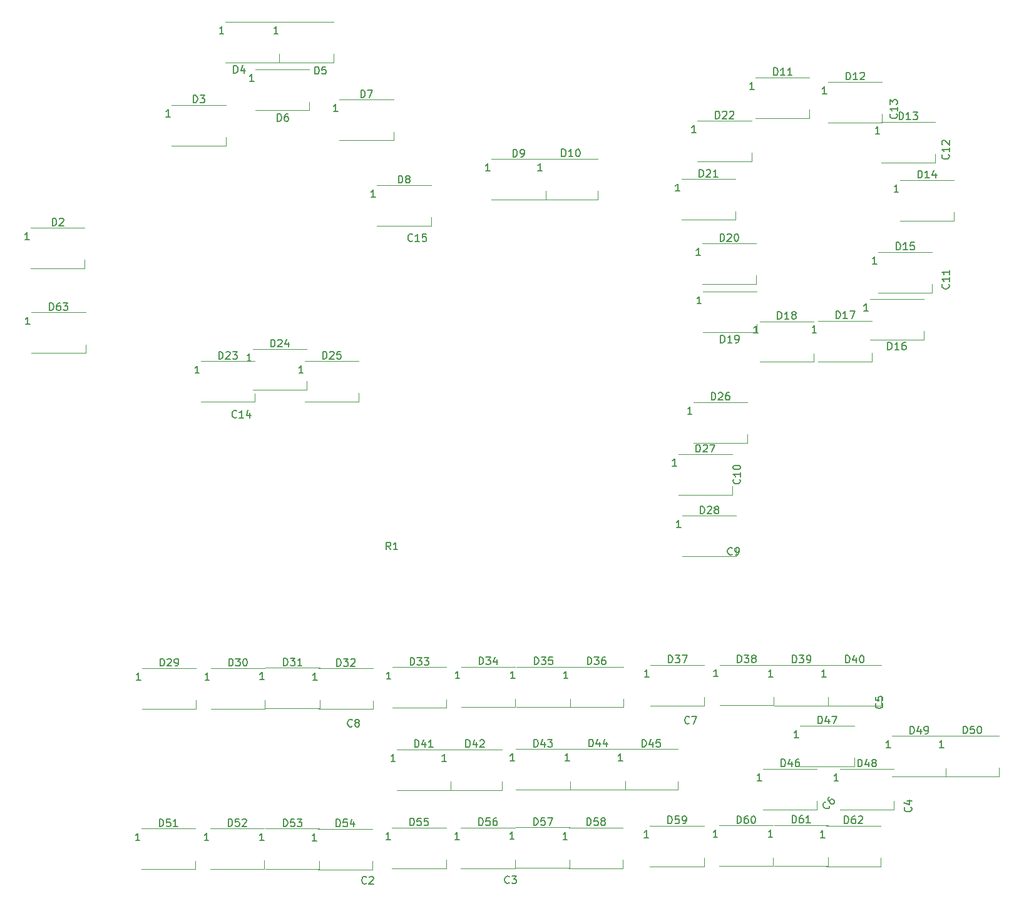
<source format=gbr>
%TF.GenerationSoftware,KiCad,Pcbnew,(5.1.6)-1*%
%TF.CreationDate,2020-11-25T11:15:34+11:00*%
%TF.ProjectId,KY58 Panel PCB V1,4b593538-2050-4616-9e65-6c2050434220,rev?*%
%TF.SameCoordinates,Original*%
%TF.FileFunction,Legend,Top*%
%TF.FilePolarity,Positive*%
%FSLAX46Y46*%
G04 Gerber Fmt 4.6, Leading zero omitted, Abs format (unit mm)*
G04 Created by KiCad (PCBNEW (5.1.6)-1) date 2020-11-25 11:15:34*
%MOMM*%
%LPD*%
G01*
G04 APERTURE LIST*
%ADD10C,0.120000*%
%ADD11C,0.150000*%
G04 APERTURE END LIST*
D10*
%TO.C,D63*%
X82162800Y-72408400D02*
X89462800Y-72408400D01*
X82162800Y-77908400D02*
X89462800Y-77908400D01*
X89462800Y-77908400D02*
X89462800Y-76758400D01*
%TO.C,D62*%
X189695000Y-141852000D02*
X196995000Y-141852000D01*
X189695000Y-147352000D02*
X196995000Y-147352000D01*
X196995000Y-147352000D02*
X196995000Y-146202000D01*
%TO.C,D61*%
X182620000Y-141776000D02*
X189920000Y-141776000D01*
X182620000Y-147276000D02*
X189920000Y-147276000D01*
X189920000Y-147276000D02*
X189920000Y-146126000D01*
%TO.C,D60*%
X175178000Y-141827000D02*
X182478000Y-141827000D01*
X175178000Y-147327000D02*
X182478000Y-147327000D01*
X182478000Y-147327000D02*
X182478000Y-146177000D01*
%TO.C,D59*%
X165830000Y-141852000D02*
X173130000Y-141852000D01*
X165830000Y-147352000D02*
X173130000Y-147352000D01*
X173130000Y-147352000D02*
X173130000Y-146202000D01*
%TO.C,D58*%
X154860000Y-142106000D02*
X162160000Y-142106000D01*
X154860000Y-147606000D02*
X162160000Y-147606000D01*
X162160000Y-147606000D02*
X162160000Y-146456000D01*
%TO.C,D57*%
X147672000Y-142081000D02*
X154972000Y-142081000D01*
X147672000Y-147581000D02*
X154972000Y-147581000D01*
X154972000Y-147581000D02*
X154972000Y-146431000D01*
%TO.C,D56*%
X140253000Y-142106000D02*
X147553000Y-142106000D01*
X140253000Y-147606000D02*
X147553000Y-147606000D01*
X147553000Y-147606000D02*
X147553000Y-146456000D01*
%TO.C,D55*%
X130931000Y-142131000D02*
X138231000Y-142131000D01*
X130931000Y-147631000D02*
X138231000Y-147631000D01*
X138231000Y-147631000D02*
X138231000Y-146481000D01*
%TO.C,D54*%
X120949000Y-142284000D02*
X128249000Y-142284000D01*
X120949000Y-147784000D02*
X128249000Y-147784000D01*
X128249000Y-147784000D02*
X128249000Y-146634000D01*
%TO.C,D53*%
X113811000Y-142258000D02*
X121111000Y-142258000D01*
X113811000Y-147758000D02*
X121111000Y-147758000D01*
X121111000Y-147758000D02*
X121111000Y-146608000D01*
%TO.C,D52*%
X106344000Y-142233000D02*
X113644000Y-142233000D01*
X106344000Y-147733000D02*
X113644000Y-147733000D01*
X113644000Y-147733000D02*
X113644000Y-146583000D01*
%TO.C,D51*%
X97024000Y-142259000D02*
X104324000Y-142259000D01*
X97024000Y-147759000D02*
X104324000Y-147759000D01*
X104324000Y-147759000D02*
X104324000Y-146609000D01*
%TO.C,D50*%
X205759000Y-129685000D02*
X213059000Y-129685000D01*
X205759000Y-135185000D02*
X213059000Y-135185000D01*
X213059000Y-135185000D02*
X213059000Y-134035000D01*
%TO.C,D49*%
X198573000Y-129711000D02*
X205873000Y-129711000D01*
X198573000Y-135211000D02*
X205873000Y-135211000D01*
X205873000Y-135211000D02*
X205873000Y-134061000D01*
%TO.C,D48*%
X191524000Y-134181000D02*
X198824000Y-134181000D01*
X191524000Y-139681000D02*
X198824000Y-139681000D01*
X198824000Y-139681000D02*
X198824000Y-138531000D01*
%TO.C,D47*%
X186139000Y-128339000D02*
X193439000Y-128339000D01*
X186139000Y-133839000D02*
X193439000Y-133839000D01*
X193439000Y-133839000D02*
X193439000Y-132689000D01*
%TO.C,D46*%
X181135000Y-134156000D02*
X188435000Y-134156000D01*
X181135000Y-139656000D02*
X188435000Y-139656000D01*
X188435000Y-139656000D02*
X188435000Y-138506000D01*
%TO.C,D45*%
X162325000Y-131489000D02*
X169625000Y-131489000D01*
X162325000Y-136989000D02*
X169625000Y-136989000D01*
X169625000Y-136989000D02*
X169625000Y-135839000D01*
%TO.C,D44*%
X155151000Y-131464000D02*
X162451000Y-131464000D01*
X155151000Y-136964000D02*
X162451000Y-136964000D01*
X162451000Y-136964000D02*
X162451000Y-135814000D01*
%TO.C,D43*%
X147709000Y-131489000D02*
X155009000Y-131489000D01*
X147709000Y-136989000D02*
X155009000Y-136989000D01*
X155009000Y-136989000D02*
X155009000Y-135839000D01*
%TO.C,D42*%
X138488000Y-131540000D02*
X145788000Y-131540000D01*
X138488000Y-137040000D02*
X145788000Y-137040000D01*
X145788000Y-137040000D02*
X145788000Y-135890000D01*
%TO.C,D41*%
X131566000Y-131540000D02*
X138866000Y-131540000D01*
X131566000Y-137040000D02*
X138866000Y-137040000D01*
X138866000Y-137040000D02*
X138866000Y-135890000D01*
%TO.C,D40*%
X189847000Y-120110000D02*
X197147000Y-120110000D01*
X189847000Y-125610000D02*
X197147000Y-125610000D01*
X197147000Y-125610000D02*
X197147000Y-124460000D01*
%TO.C,D39*%
X182659000Y-120110000D02*
X189959000Y-120110000D01*
X182659000Y-125610000D02*
X189959000Y-125610000D01*
X189959000Y-125610000D02*
X189959000Y-124460000D01*
%TO.C,D38*%
X175242000Y-120084000D02*
X182542000Y-120084000D01*
X175242000Y-125584000D02*
X182542000Y-125584000D01*
X182542000Y-125584000D02*
X182542000Y-124434000D01*
%TO.C,D37*%
X165881000Y-120110000D02*
X173181000Y-120110000D01*
X165881000Y-125610000D02*
X173181000Y-125610000D01*
X173181000Y-125610000D02*
X173181000Y-124460000D01*
%TO.C,D36*%
X154934000Y-120338000D02*
X162234000Y-120338000D01*
X154934000Y-125838000D02*
X162234000Y-125838000D01*
X162234000Y-125838000D02*
X162234000Y-124688000D01*
%TO.C,D35*%
X147759000Y-120338000D02*
X155059000Y-120338000D01*
X147759000Y-125838000D02*
X155059000Y-125838000D01*
X155059000Y-125838000D02*
X155059000Y-124688000D01*
%TO.C,D34*%
X140292000Y-120338000D02*
X147592000Y-120338000D01*
X140292000Y-125838000D02*
X147592000Y-125838000D01*
X147592000Y-125838000D02*
X147592000Y-124688000D01*
%TO.C,D33*%
X130984000Y-120414000D02*
X138284000Y-120414000D01*
X130984000Y-125914000D02*
X138284000Y-125914000D01*
X138284000Y-125914000D02*
X138284000Y-124764000D01*
%TO.C,D32*%
X121027000Y-120567000D02*
X128327000Y-120567000D01*
X121027000Y-126067000D02*
X128327000Y-126067000D01*
X128327000Y-126067000D02*
X128327000Y-124917000D01*
%TO.C,D31*%
X113839000Y-120491000D02*
X121139000Y-120491000D01*
X113839000Y-125991000D02*
X121139000Y-125991000D01*
X121139000Y-125991000D02*
X121139000Y-124841000D01*
%TO.C,D30*%
X106434000Y-120542000D02*
X113734000Y-120542000D01*
X106434000Y-126042000D02*
X113734000Y-126042000D01*
X113734000Y-126042000D02*
X113734000Y-124892000D01*
%TO.C,D29*%
X97137000Y-120542000D02*
X104437000Y-120542000D01*
X97137000Y-126042000D02*
X104437000Y-126042000D01*
X104437000Y-126042000D02*
X104437000Y-124892000D01*
%TO.C,D28*%
X170201000Y-99917000D02*
X177501000Y-99917000D01*
X170201000Y-105417000D02*
X177501000Y-105417000D01*
X177501000Y-105417000D02*
X177501000Y-104267000D01*
%TO.C,D27*%
X169643000Y-91585400D02*
X176943000Y-91585400D01*
X169643000Y-97085400D02*
X176943000Y-97085400D01*
X176943000Y-97085400D02*
X176943000Y-95935400D01*
%TO.C,D26*%
X171700000Y-84549600D02*
X179000000Y-84549600D01*
X171700000Y-90049600D02*
X179000000Y-90049600D01*
X179000000Y-90049600D02*
X179000000Y-88899600D01*
%TO.C,D25*%
X119122000Y-78987000D02*
X126422000Y-78987000D01*
X119122000Y-84487000D02*
X126422000Y-84487000D01*
X126422000Y-84487000D02*
X126422000Y-83337000D01*
%TO.C,D24*%
X112098000Y-77361600D02*
X119398000Y-77361600D01*
X112098000Y-82861600D02*
X119398000Y-82861600D01*
X119398000Y-82861600D02*
X119398000Y-81711600D01*
%TO.C,D23*%
X105074000Y-79012400D02*
X112374000Y-79012400D01*
X105074000Y-84512400D02*
X112374000Y-84512400D01*
X112374000Y-84512400D02*
X112374000Y-83362400D01*
%TO.C,D22*%
X172259000Y-46475000D02*
X179559000Y-46475000D01*
X172259000Y-51975000D02*
X179559000Y-51975000D01*
X179559000Y-51975000D02*
X179559000Y-50825000D01*
%TO.C,D21*%
X170074000Y-54374400D02*
X177374000Y-54374400D01*
X170074000Y-59874400D02*
X177374000Y-59874400D01*
X177374000Y-59874400D02*
X177374000Y-58724400D01*
%TO.C,D20*%
X172880000Y-63061400D02*
X180180000Y-63061400D01*
X172880000Y-68561400D02*
X180180000Y-68561400D01*
X180180000Y-68561400D02*
X180180000Y-67411400D01*
%TO.C,D19*%
X172970000Y-69614400D02*
X180270000Y-69614400D01*
X172970000Y-75114400D02*
X180270000Y-75114400D01*
X180270000Y-75114400D02*
X180270000Y-73964400D01*
%TO.C,D18*%
X180664000Y-73602200D02*
X187964000Y-73602200D01*
X180664000Y-79102200D02*
X187964000Y-79102200D01*
X187964000Y-79102200D02*
X187964000Y-77952200D01*
%TO.C,D17*%
X188566000Y-73526000D02*
X195866000Y-73526000D01*
X188566000Y-79026000D02*
X195866000Y-79026000D01*
X195866000Y-79026000D02*
X195866000Y-77876000D01*
%TO.C,D16*%
X195551000Y-70605400D02*
X202851000Y-70605400D01*
X195551000Y-76105400D02*
X202851000Y-76105400D01*
X202851000Y-76105400D02*
X202851000Y-74955400D01*
%TO.C,D15*%
X196705000Y-64229800D02*
X204005000Y-64229800D01*
X196705000Y-69729800D02*
X204005000Y-69729800D01*
X204005000Y-69729800D02*
X204005000Y-68579800D01*
%TO.C,D14*%
X199652000Y-54501600D02*
X206952000Y-54501600D01*
X199652000Y-60001600D02*
X206952000Y-60001600D01*
X206952000Y-60001600D02*
X206952000Y-58851600D01*
%TO.C,D13*%
X197100000Y-46602000D02*
X204400000Y-46602000D01*
X197100000Y-52102000D02*
X204400000Y-52102000D01*
X204400000Y-52102000D02*
X204400000Y-50952000D01*
%TO.C,D12*%
X189937000Y-41217200D02*
X197237000Y-41217200D01*
X189937000Y-46717200D02*
X197237000Y-46717200D01*
X197237000Y-46717200D02*
X197237000Y-45567200D01*
%TO.C,D11*%
X180119000Y-40607800D02*
X187419000Y-40607800D01*
X180119000Y-46107800D02*
X187419000Y-46107800D01*
X187419000Y-46107800D02*
X187419000Y-44957800D01*
%TO.C,D10*%
X151442000Y-51606000D02*
X158742000Y-51606000D01*
X151442000Y-57106000D02*
X158742000Y-57106000D01*
X158742000Y-57106000D02*
X158742000Y-55956000D01*
%TO.C,D9*%
X144395000Y-51631400D02*
X151695000Y-51631400D01*
X144395000Y-57131400D02*
X151695000Y-57131400D01*
X151695000Y-57131400D02*
X151695000Y-55981400D01*
%TO.C,D8*%
X128901000Y-55187200D02*
X136201000Y-55187200D01*
X128901000Y-60687200D02*
X136201000Y-60687200D01*
X136201000Y-60687200D02*
X136201000Y-59537200D01*
%TO.C,D7*%
X123821000Y-43604800D02*
X131121000Y-43604800D01*
X123821000Y-49104800D02*
X131121000Y-49104800D01*
X131121000Y-49104800D02*
X131121000Y-47954800D01*
%TO.C,D6*%
X112465000Y-39540800D02*
X119765000Y-39540800D01*
X112465000Y-45040800D02*
X119765000Y-45040800D01*
X119765000Y-45040800D02*
X119765000Y-43890800D01*
%TO.C,D5*%
X115742000Y-33063800D02*
X123042000Y-33063800D01*
X115742000Y-38563800D02*
X123042000Y-38563800D01*
X123042000Y-38563800D02*
X123042000Y-37413800D01*
%TO.C,D4*%
X108378000Y-33063800D02*
X115678000Y-33063800D01*
X108378000Y-38563800D02*
X115678000Y-38563800D01*
X115678000Y-38563800D02*
X115678000Y-37413800D01*
%TO.C,D3*%
X101139000Y-44316000D02*
X108439000Y-44316000D01*
X101139000Y-49816000D02*
X108439000Y-49816000D01*
X108439000Y-49816000D02*
X108439000Y-48666000D01*
%TO.C,D2*%
X82063400Y-60953000D02*
X89363400Y-60953000D01*
X82063400Y-66453000D02*
X89363400Y-66453000D01*
X89363400Y-66453000D02*
X89363400Y-65303000D01*
%TO.C,C14*%
D11*
X109898142Y-86559642D02*
X109850523Y-86607261D01*
X109707666Y-86654880D01*
X109612428Y-86654880D01*
X109469571Y-86607261D01*
X109374333Y-86512023D01*
X109326714Y-86416785D01*
X109279095Y-86226309D01*
X109279095Y-86083452D01*
X109326714Y-85892976D01*
X109374333Y-85797738D01*
X109469571Y-85702500D01*
X109612428Y-85654880D01*
X109707666Y-85654880D01*
X109850523Y-85702500D01*
X109898142Y-85750119D01*
X110850523Y-86654880D02*
X110279095Y-86654880D01*
X110564809Y-86654880D02*
X110564809Y-85654880D01*
X110469571Y-85797738D01*
X110374333Y-85892976D01*
X110279095Y-85940595D01*
X111707666Y-85988214D02*
X111707666Y-86654880D01*
X111469571Y-85607261D02*
X111231476Y-86321547D01*
X111850523Y-86321547D01*
%TO.C,C15*%
X133684542Y-62686242D02*
X133636923Y-62733861D01*
X133494066Y-62781480D01*
X133398828Y-62781480D01*
X133255971Y-62733861D01*
X133160733Y-62638623D01*
X133113114Y-62543385D01*
X133065495Y-62352909D01*
X133065495Y-62210052D01*
X133113114Y-62019576D01*
X133160733Y-61924338D01*
X133255971Y-61829100D01*
X133398828Y-61781480D01*
X133494066Y-61781480D01*
X133636923Y-61829100D01*
X133684542Y-61876719D01*
X134636923Y-62781480D02*
X134065495Y-62781480D01*
X134351209Y-62781480D02*
X134351209Y-61781480D01*
X134255971Y-61924338D01*
X134160733Y-62019576D01*
X134065495Y-62067195D01*
X135541685Y-61781480D02*
X135065495Y-61781480D01*
X135017876Y-62257671D01*
X135065495Y-62210052D01*
X135160733Y-62162433D01*
X135398828Y-62162433D01*
X135494066Y-62210052D01*
X135541685Y-62257671D01*
X135589304Y-62352909D01*
X135589304Y-62591004D01*
X135541685Y-62686242D01*
X135494066Y-62733861D01*
X135398828Y-62781480D01*
X135160733Y-62781480D01*
X135065495Y-62733861D01*
X135017876Y-62686242D01*
%TO.C,C13*%
X199184142Y-45529757D02*
X199231761Y-45577376D01*
X199279380Y-45720233D01*
X199279380Y-45815471D01*
X199231761Y-45958328D01*
X199136523Y-46053566D01*
X199041285Y-46101185D01*
X198850809Y-46148804D01*
X198707952Y-46148804D01*
X198517476Y-46101185D01*
X198422238Y-46053566D01*
X198327000Y-45958328D01*
X198279380Y-45815471D01*
X198279380Y-45720233D01*
X198327000Y-45577376D01*
X198374619Y-45529757D01*
X199279380Y-44577376D02*
X199279380Y-45148804D01*
X199279380Y-44863090D02*
X198279380Y-44863090D01*
X198422238Y-44958328D01*
X198517476Y-45053566D01*
X198565095Y-45148804D01*
X198279380Y-44244042D02*
X198279380Y-43624995D01*
X198660333Y-43958328D01*
X198660333Y-43815471D01*
X198707952Y-43720233D01*
X198755571Y-43672614D01*
X198850809Y-43624995D01*
X199088904Y-43624995D01*
X199184142Y-43672614D01*
X199231761Y-43720233D01*
X199279380Y-43815471D01*
X199279380Y-44101185D01*
X199231761Y-44196423D01*
X199184142Y-44244042D01*
%TO.C,C12*%
X206207142Y-51036457D02*
X206254761Y-51084076D01*
X206302380Y-51226933D01*
X206302380Y-51322171D01*
X206254761Y-51465028D01*
X206159523Y-51560266D01*
X206064285Y-51607885D01*
X205873809Y-51655504D01*
X205730952Y-51655504D01*
X205540476Y-51607885D01*
X205445238Y-51560266D01*
X205350000Y-51465028D01*
X205302380Y-51322171D01*
X205302380Y-51226933D01*
X205350000Y-51084076D01*
X205397619Y-51036457D01*
X206302380Y-50084076D02*
X206302380Y-50655504D01*
X206302380Y-50369790D02*
X205302380Y-50369790D01*
X205445238Y-50465028D01*
X205540476Y-50560266D01*
X205588095Y-50655504D01*
X205397619Y-49703123D02*
X205350000Y-49655504D01*
X205302380Y-49560266D01*
X205302380Y-49322171D01*
X205350000Y-49226933D01*
X205397619Y-49179314D01*
X205492857Y-49131695D01*
X205588095Y-49131695D01*
X205730952Y-49179314D01*
X206302380Y-49750742D01*
X206302380Y-49131695D01*
%TO.C,C11*%
X206226742Y-68587857D02*
X206274361Y-68635476D01*
X206321980Y-68778333D01*
X206321980Y-68873571D01*
X206274361Y-69016428D01*
X206179123Y-69111666D01*
X206083885Y-69159285D01*
X205893409Y-69206904D01*
X205750552Y-69206904D01*
X205560076Y-69159285D01*
X205464838Y-69111666D01*
X205369600Y-69016428D01*
X205321980Y-68873571D01*
X205321980Y-68778333D01*
X205369600Y-68635476D01*
X205417219Y-68587857D01*
X206321980Y-67635476D02*
X206321980Y-68206904D01*
X206321980Y-67921190D02*
X205321980Y-67921190D01*
X205464838Y-68016428D01*
X205560076Y-68111666D01*
X205607695Y-68206904D01*
X206321980Y-66683095D02*
X206321980Y-67254523D01*
X206321980Y-66968809D02*
X205321980Y-66968809D01*
X205464838Y-67064047D01*
X205560076Y-67159285D01*
X205607695Y-67254523D01*
%TO.C,C10*%
X177966342Y-94988557D02*
X178013961Y-95036176D01*
X178061580Y-95179033D01*
X178061580Y-95274271D01*
X178013961Y-95417128D01*
X177918723Y-95512366D01*
X177823485Y-95559985D01*
X177633009Y-95607604D01*
X177490152Y-95607604D01*
X177299676Y-95559985D01*
X177204438Y-95512366D01*
X177109200Y-95417128D01*
X177061580Y-95274271D01*
X177061580Y-95179033D01*
X177109200Y-95036176D01*
X177156819Y-94988557D01*
X178061580Y-94036176D02*
X178061580Y-94607604D01*
X178061580Y-94321890D02*
X177061580Y-94321890D01*
X177204438Y-94417128D01*
X177299676Y-94512366D01*
X177347295Y-94607604D01*
X177061580Y-93417128D02*
X177061580Y-93321890D01*
X177109200Y-93226652D01*
X177156819Y-93179033D01*
X177252057Y-93131414D01*
X177442533Y-93083795D01*
X177680628Y-93083795D01*
X177871104Y-93131414D01*
X177966342Y-93179033D01*
X178013961Y-93226652D01*
X178061580Y-93321890D01*
X178061580Y-93417128D01*
X178013961Y-93512366D01*
X177966342Y-93559985D01*
X177871104Y-93607604D01*
X177680628Y-93655223D01*
X177442533Y-93655223D01*
X177252057Y-93607604D01*
X177156819Y-93559985D01*
X177109200Y-93512366D01*
X177061580Y-93417128D01*
%TO.C,C9*%
X176947733Y-105129542D02*
X176900114Y-105177161D01*
X176757257Y-105224780D01*
X176662019Y-105224780D01*
X176519161Y-105177161D01*
X176423923Y-105081923D01*
X176376304Y-104986685D01*
X176328685Y-104796209D01*
X176328685Y-104653352D01*
X176376304Y-104462876D01*
X176423923Y-104367638D01*
X176519161Y-104272400D01*
X176662019Y-104224780D01*
X176757257Y-104224780D01*
X176900114Y-104272400D01*
X176947733Y-104320019D01*
X177423923Y-105224780D02*
X177614400Y-105224780D01*
X177709638Y-105177161D01*
X177757257Y-105129542D01*
X177852495Y-104986685D01*
X177900114Y-104796209D01*
X177900114Y-104415257D01*
X177852495Y-104320019D01*
X177804876Y-104272400D01*
X177709638Y-104224780D01*
X177519161Y-104224780D01*
X177423923Y-104272400D01*
X177376304Y-104320019D01*
X177328685Y-104415257D01*
X177328685Y-104653352D01*
X177376304Y-104748590D01*
X177423923Y-104796209D01*
X177519161Y-104843828D01*
X177709638Y-104843828D01*
X177804876Y-104796209D01*
X177852495Y-104748590D01*
X177900114Y-104653352D01*
%TO.C,C8*%
X125552733Y-128372942D02*
X125505114Y-128420561D01*
X125362257Y-128468180D01*
X125267019Y-128468180D01*
X125124161Y-128420561D01*
X125028923Y-128325323D01*
X124981304Y-128230085D01*
X124933685Y-128039609D01*
X124933685Y-127896752D01*
X124981304Y-127706276D01*
X125028923Y-127611038D01*
X125124161Y-127515800D01*
X125267019Y-127468180D01*
X125362257Y-127468180D01*
X125505114Y-127515800D01*
X125552733Y-127563419D01*
X126124161Y-127896752D02*
X126028923Y-127849133D01*
X125981304Y-127801514D01*
X125933685Y-127706276D01*
X125933685Y-127658657D01*
X125981304Y-127563419D01*
X126028923Y-127515800D01*
X126124161Y-127468180D01*
X126314638Y-127468180D01*
X126409876Y-127515800D01*
X126457495Y-127563419D01*
X126505114Y-127658657D01*
X126505114Y-127706276D01*
X126457495Y-127801514D01*
X126409876Y-127849133D01*
X126314638Y-127896752D01*
X126124161Y-127896752D01*
X126028923Y-127944371D01*
X125981304Y-127991990D01*
X125933685Y-128087228D01*
X125933685Y-128277704D01*
X125981304Y-128372942D01*
X126028923Y-128420561D01*
X126124161Y-128468180D01*
X126314638Y-128468180D01*
X126409876Y-128420561D01*
X126457495Y-128372942D01*
X126505114Y-128277704D01*
X126505114Y-128087228D01*
X126457495Y-127991990D01*
X126409876Y-127944371D01*
X126314638Y-127896752D01*
%TO.C,C7*%
X171161733Y-127966742D02*
X171114114Y-128014361D01*
X170971257Y-128061980D01*
X170876019Y-128061980D01*
X170733161Y-128014361D01*
X170637923Y-127919123D01*
X170590304Y-127823885D01*
X170542685Y-127633409D01*
X170542685Y-127490552D01*
X170590304Y-127300076D01*
X170637923Y-127204838D01*
X170733161Y-127109600D01*
X170876019Y-127061980D01*
X170971257Y-127061980D01*
X171114114Y-127109600D01*
X171161733Y-127157219D01*
X171495066Y-127061980D02*
X172161733Y-127061980D01*
X171733161Y-128061980D01*
%TO.C,C6*%
X190125149Y-139215851D02*
X190125149Y-139283194D01*
X190057805Y-139417881D01*
X189990462Y-139485225D01*
X189855774Y-139552568D01*
X189721087Y-139552568D01*
X189620072Y-139518897D01*
X189451713Y-139417881D01*
X189350698Y-139316866D01*
X189249683Y-139148507D01*
X189216011Y-139047492D01*
X189216011Y-138912805D01*
X189283355Y-138778118D01*
X189350698Y-138710774D01*
X189485385Y-138643431D01*
X189552729Y-138643431D01*
X190091477Y-137969996D02*
X189956790Y-138104683D01*
X189923118Y-138205698D01*
X189923118Y-138273042D01*
X189956790Y-138441400D01*
X190057805Y-138609759D01*
X190327179Y-138879133D01*
X190428194Y-138912805D01*
X190495538Y-138912805D01*
X190596553Y-138879133D01*
X190731240Y-138744446D01*
X190764912Y-138643431D01*
X190764912Y-138576087D01*
X190731240Y-138475072D01*
X190562881Y-138306713D01*
X190461866Y-138273042D01*
X190394523Y-138273042D01*
X190293507Y-138306713D01*
X190158820Y-138441400D01*
X190125149Y-138542416D01*
X190125149Y-138609759D01*
X190158820Y-138710774D01*
%TO.C,C5*%
X197224142Y-125327666D02*
X197271761Y-125375285D01*
X197319380Y-125518142D01*
X197319380Y-125613380D01*
X197271761Y-125756238D01*
X197176523Y-125851476D01*
X197081285Y-125899095D01*
X196890809Y-125946714D01*
X196747952Y-125946714D01*
X196557476Y-125899095D01*
X196462238Y-125851476D01*
X196367000Y-125756238D01*
X196319380Y-125613380D01*
X196319380Y-125518142D01*
X196367000Y-125375285D01*
X196414619Y-125327666D01*
X196319380Y-124422904D02*
X196319380Y-124899095D01*
X196795571Y-124946714D01*
X196747952Y-124899095D01*
X196700333Y-124803857D01*
X196700333Y-124565761D01*
X196747952Y-124470523D01*
X196795571Y-124422904D01*
X196890809Y-124375285D01*
X197128904Y-124375285D01*
X197224142Y-124422904D01*
X197271761Y-124470523D01*
X197319380Y-124565761D01*
X197319380Y-124803857D01*
X197271761Y-124899095D01*
X197224142Y-124946714D01*
%TO.C,C4*%
X201129142Y-139358666D02*
X201176761Y-139406285D01*
X201224380Y-139549142D01*
X201224380Y-139644380D01*
X201176761Y-139787238D01*
X201081523Y-139882476D01*
X200986285Y-139930095D01*
X200795809Y-139977714D01*
X200652952Y-139977714D01*
X200462476Y-139930095D01*
X200367238Y-139882476D01*
X200272000Y-139787238D01*
X200224380Y-139644380D01*
X200224380Y-139549142D01*
X200272000Y-139406285D01*
X200319619Y-139358666D01*
X200557714Y-138501523D02*
X201224380Y-138501523D01*
X200176761Y-138739619D02*
X200891047Y-138977714D01*
X200891047Y-138358666D01*
%TO.C,C3*%
X146792333Y-149570142D02*
X146744714Y-149617761D01*
X146601857Y-149665380D01*
X146506619Y-149665380D01*
X146363761Y-149617761D01*
X146268523Y-149522523D01*
X146220904Y-149427285D01*
X146173285Y-149236809D01*
X146173285Y-149093952D01*
X146220904Y-148903476D01*
X146268523Y-148808238D01*
X146363761Y-148713000D01*
X146506619Y-148665380D01*
X146601857Y-148665380D01*
X146744714Y-148713000D01*
X146792333Y-148760619D01*
X147125666Y-148665380D02*
X147744714Y-148665380D01*
X147411380Y-149046333D01*
X147554238Y-149046333D01*
X147649476Y-149093952D01*
X147697095Y-149141571D01*
X147744714Y-149236809D01*
X147744714Y-149474904D01*
X147697095Y-149570142D01*
X147649476Y-149617761D01*
X147554238Y-149665380D01*
X147268523Y-149665380D01*
X147173285Y-149617761D01*
X147125666Y-149570142D01*
%TO.C,C2*%
X127473333Y-149631142D02*
X127425714Y-149678761D01*
X127282857Y-149726380D01*
X127187619Y-149726380D01*
X127044761Y-149678761D01*
X126949523Y-149583523D01*
X126901904Y-149488285D01*
X126854285Y-149297809D01*
X126854285Y-149154952D01*
X126901904Y-148964476D01*
X126949523Y-148869238D01*
X127044761Y-148774000D01*
X127187619Y-148726380D01*
X127282857Y-148726380D01*
X127425714Y-148774000D01*
X127473333Y-148821619D01*
X127854285Y-148821619D02*
X127901904Y-148774000D01*
X127997142Y-148726380D01*
X128235238Y-148726380D01*
X128330476Y-148774000D01*
X128378095Y-148821619D01*
X128425714Y-148916857D01*
X128425714Y-149012095D01*
X128378095Y-149154952D01*
X127806666Y-149726380D01*
X128425714Y-149726380D01*
%TO.C,D63*%
X84598514Y-72110780D02*
X84598514Y-71110780D01*
X84836609Y-71110780D01*
X84979466Y-71158400D01*
X85074704Y-71253638D01*
X85122323Y-71348876D01*
X85169942Y-71539352D01*
X85169942Y-71682209D01*
X85122323Y-71872685D01*
X85074704Y-71967923D01*
X84979466Y-72063161D01*
X84836609Y-72110780D01*
X84598514Y-72110780D01*
X86027085Y-71110780D02*
X85836609Y-71110780D01*
X85741371Y-71158400D01*
X85693752Y-71206019D01*
X85598514Y-71348876D01*
X85550895Y-71539352D01*
X85550895Y-71920304D01*
X85598514Y-72015542D01*
X85646133Y-72063161D01*
X85741371Y-72110780D01*
X85931847Y-72110780D01*
X86027085Y-72063161D01*
X86074704Y-72015542D01*
X86122323Y-71920304D01*
X86122323Y-71682209D01*
X86074704Y-71586971D01*
X86027085Y-71539352D01*
X85931847Y-71491733D01*
X85741371Y-71491733D01*
X85646133Y-71539352D01*
X85598514Y-71586971D01*
X85550895Y-71682209D01*
X86455657Y-71110780D02*
X87074704Y-71110780D01*
X86741371Y-71491733D01*
X86884228Y-71491733D01*
X86979466Y-71539352D01*
X87027085Y-71586971D01*
X87074704Y-71682209D01*
X87074704Y-71920304D01*
X87027085Y-72015542D01*
X86979466Y-72063161D01*
X86884228Y-72110780D01*
X86598514Y-72110780D01*
X86503276Y-72063161D01*
X86455657Y-72015542D01*
X81948514Y-74010780D02*
X81377085Y-74010780D01*
X81662800Y-74010780D02*
X81662800Y-73010780D01*
X81567561Y-73153638D01*
X81472323Y-73248876D01*
X81377085Y-73296495D01*
%TO.C,R1*%
X130745333Y-104499380D02*
X130412000Y-104023190D01*
X130173904Y-104499380D02*
X130173904Y-103499380D01*
X130554857Y-103499380D01*
X130650095Y-103547000D01*
X130697714Y-103594619D01*
X130745333Y-103689857D01*
X130745333Y-103832714D01*
X130697714Y-103927952D01*
X130650095Y-103975571D01*
X130554857Y-104023190D01*
X130173904Y-104023190D01*
X131697714Y-104499380D02*
X131126285Y-104499380D01*
X131412000Y-104499380D02*
X131412000Y-103499380D01*
X131316761Y-103642238D01*
X131221523Y-103737476D01*
X131126285Y-103785095D01*
%TO.C,D62*%
X192130714Y-141554380D02*
X192130714Y-140554380D01*
X192368809Y-140554380D01*
X192511666Y-140602000D01*
X192606904Y-140697238D01*
X192654523Y-140792476D01*
X192702142Y-140982952D01*
X192702142Y-141125809D01*
X192654523Y-141316285D01*
X192606904Y-141411523D01*
X192511666Y-141506761D01*
X192368809Y-141554380D01*
X192130714Y-141554380D01*
X193559285Y-140554380D02*
X193368809Y-140554380D01*
X193273571Y-140602000D01*
X193225952Y-140649619D01*
X193130714Y-140792476D01*
X193083095Y-140982952D01*
X193083095Y-141363904D01*
X193130714Y-141459142D01*
X193178333Y-141506761D01*
X193273571Y-141554380D01*
X193464047Y-141554380D01*
X193559285Y-141506761D01*
X193606904Y-141459142D01*
X193654523Y-141363904D01*
X193654523Y-141125809D01*
X193606904Y-141030571D01*
X193559285Y-140982952D01*
X193464047Y-140935333D01*
X193273571Y-140935333D01*
X193178333Y-140982952D01*
X193130714Y-141030571D01*
X193083095Y-141125809D01*
X194035476Y-140649619D02*
X194083095Y-140602000D01*
X194178333Y-140554380D01*
X194416428Y-140554380D01*
X194511666Y-140602000D01*
X194559285Y-140649619D01*
X194606904Y-140744857D01*
X194606904Y-140840095D01*
X194559285Y-140982952D01*
X193987857Y-141554380D01*
X194606904Y-141554380D01*
X189480714Y-143454380D02*
X188909285Y-143454380D01*
X189195000Y-143454380D02*
X189195000Y-142454380D01*
X189099761Y-142597238D01*
X189004523Y-142692476D01*
X188909285Y-142740095D01*
%TO.C,D61*%
X185055714Y-141478380D02*
X185055714Y-140478380D01*
X185293809Y-140478380D01*
X185436666Y-140526000D01*
X185531904Y-140621238D01*
X185579523Y-140716476D01*
X185627142Y-140906952D01*
X185627142Y-141049809D01*
X185579523Y-141240285D01*
X185531904Y-141335523D01*
X185436666Y-141430761D01*
X185293809Y-141478380D01*
X185055714Y-141478380D01*
X186484285Y-140478380D02*
X186293809Y-140478380D01*
X186198571Y-140526000D01*
X186150952Y-140573619D01*
X186055714Y-140716476D01*
X186008095Y-140906952D01*
X186008095Y-141287904D01*
X186055714Y-141383142D01*
X186103333Y-141430761D01*
X186198571Y-141478380D01*
X186389047Y-141478380D01*
X186484285Y-141430761D01*
X186531904Y-141383142D01*
X186579523Y-141287904D01*
X186579523Y-141049809D01*
X186531904Y-140954571D01*
X186484285Y-140906952D01*
X186389047Y-140859333D01*
X186198571Y-140859333D01*
X186103333Y-140906952D01*
X186055714Y-140954571D01*
X186008095Y-141049809D01*
X187531904Y-141478380D02*
X186960476Y-141478380D01*
X187246190Y-141478380D02*
X187246190Y-140478380D01*
X187150952Y-140621238D01*
X187055714Y-140716476D01*
X186960476Y-140764095D01*
X182405714Y-143378380D02*
X181834285Y-143378380D01*
X182120000Y-143378380D02*
X182120000Y-142378380D01*
X182024761Y-142521238D01*
X181929523Y-142616476D01*
X181834285Y-142664095D01*
%TO.C,D60*%
X177613714Y-141529380D02*
X177613714Y-140529380D01*
X177851809Y-140529380D01*
X177994666Y-140577000D01*
X178089904Y-140672238D01*
X178137523Y-140767476D01*
X178185142Y-140957952D01*
X178185142Y-141100809D01*
X178137523Y-141291285D01*
X178089904Y-141386523D01*
X177994666Y-141481761D01*
X177851809Y-141529380D01*
X177613714Y-141529380D01*
X179042285Y-140529380D02*
X178851809Y-140529380D01*
X178756571Y-140577000D01*
X178708952Y-140624619D01*
X178613714Y-140767476D01*
X178566095Y-140957952D01*
X178566095Y-141338904D01*
X178613714Y-141434142D01*
X178661333Y-141481761D01*
X178756571Y-141529380D01*
X178947047Y-141529380D01*
X179042285Y-141481761D01*
X179089904Y-141434142D01*
X179137523Y-141338904D01*
X179137523Y-141100809D01*
X179089904Y-141005571D01*
X179042285Y-140957952D01*
X178947047Y-140910333D01*
X178756571Y-140910333D01*
X178661333Y-140957952D01*
X178613714Y-141005571D01*
X178566095Y-141100809D01*
X179756571Y-140529380D02*
X179851809Y-140529380D01*
X179947047Y-140577000D01*
X179994666Y-140624619D01*
X180042285Y-140719857D01*
X180089904Y-140910333D01*
X180089904Y-141148428D01*
X180042285Y-141338904D01*
X179994666Y-141434142D01*
X179947047Y-141481761D01*
X179851809Y-141529380D01*
X179756571Y-141529380D01*
X179661333Y-141481761D01*
X179613714Y-141434142D01*
X179566095Y-141338904D01*
X179518476Y-141148428D01*
X179518476Y-140910333D01*
X179566095Y-140719857D01*
X179613714Y-140624619D01*
X179661333Y-140577000D01*
X179756571Y-140529380D01*
X174963714Y-143429380D02*
X174392285Y-143429380D01*
X174678000Y-143429380D02*
X174678000Y-142429380D01*
X174582761Y-142572238D01*
X174487523Y-142667476D01*
X174392285Y-142715095D01*
%TO.C,D59*%
X168265714Y-141554380D02*
X168265714Y-140554380D01*
X168503809Y-140554380D01*
X168646666Y-140602000D01*
X168741904Y-140697238D01*
X168789523Y-140792476D01*
X168837142Y-140982952D01*
X168837142Y-141125809D01*
X168789523Y-141316285D01*
X168741904Y-141411523D01*
X168646666Y-141506761D01*
X168503809Y-141554380D01*
X168265714Y-141554380D01*
X169741904Y-140554380D02*
X169265714Y-140554380D01*
X169218095Y-141030571D01*
X169265714Y-140982952D01*
X169360952Y-140935333D01*
X169599047Y-140935333D01*
X169694285Y-140982952D01*
X169741904Y-141030571D01*
X169789523Y-141125809D01*
X169789523Y-141363904D01*
X169741904Y-141459142D01*
X169694285Y-141506761D01*
X169599047Y-141554380D01*
X169360952Y-141554380D01*
X169265714Y-141506761D01*
X169218095Y-141459142D01*
X170265714Y-141554380D02*
X170456190Y-141554380D01*
X170551428Y-141506761D01*
X170599047Y-141459142D01*
X170694285Y-141316285D01*
X170741904Y-141125809D01*
X170741904Y-140744857D01*
X170694285Y-140649619D01*
X170646666Y-140602000D01*
X170551428Y-140554380D01*
X170360952Y-140554380D01*
X170265714Y-140602000D01*
X170218095Y-140649619D01*
X170170476Y-140744857D01*
X170170476Y-140982952D01*
X170218095Y-141078190D01*
X170265714Y-141125809D01*
X170360952Y-141173428D01*
X170551428Y-141173428D01*
X170646666Y-141125809D01*
X170694285Y-141078190D01*
X170741904Y-140982952D01*
X165615714Y-143454380D02*
X165044285Y-143454380D01*
X165330000Y-143454380D02*
X165330000Y-142454380D01*
X165234761Y-142597238D01*
X165139523Y-142692476D01*
X165044285Y-142740095D01*
%TO.C,D58*%
X157295714Y-141808380D02*
X157295714Y-140808380D01*
X157533809Y-140808380D01*
X157676666Y-140856000D01*
X157771904Y-140951238D01*
X157819523Y-141046476D01*
X157867142Y-141236952D01*
X157867142Y-141379809D01*
X157819523Y-141570285D01*
X157771904Y-141665523D01*
X157676666Y-141760761D01*
X157533809Y-141808380D01*
X157295714Y-141808380D01*
X158771904Y-140808380D02*
X158295714Y-140808380D01*
X158248095Y-141284571D01*
X158295714Y-141236952D01*
X158390952Y-141189333D01*
X158629047Y-141189333D01*
X158724285Y-141236952D01*
X158771904Y-141284571D01*
X158819523Y-141379809D01*
X158819523Y-141617904D01*
X158771904Y-141713142D01*
X158724285Y-141760761D01*
X158629047Y-141808380D01*
X158390952Y-141808380D01*
X158295714Y-141760761D01*
X158248095Y-141713142D01*
X159390952Y-141236952D02*
X159295714Y-141189333D01*
X159248095Y-141141714D01*
X159200476Y-141046476D01*
X159200476Y-140998857D01*
X159248095Y-140903619D01*
X159295714Y-140856000D01*
X159390952Y-140808380D01*
X159581428Y-140808380D01*
X159676666Y-140856000D01*
X159724285Y-140903619D01*
X159771904Y-140998857D01*
X159771904Y-141046476D01*
X159724285Y-141141714D01*
X159676666Y-141189333D01*
X159581428Y-141236952D01*
X159390952Y-141236952D01*
X159295714Y-141284571D01*
X159248095Y-141332190D01*
X159200476Y-141427428D01*
X159200476Y-141617904D01*
X159248095Y-141713142D01*
X159295714Y-141760761D01*
X159390952Y-141808380D01*
X159581428Y-141808380D01*
X159676666Y-141760761D01*
X159724285Y-141713142D01*
X159771904Y-141617904D01*
X159771904Y-141427428D01*
X159724285Y-141332190D01*
X159676666Y-141284571D01*
X159581428Y-141236952D01*
X154645714Y-143708380D02*
X154074285Y-143708380D01*
X154360000Y-143708380D02*
X154360000Y-142708380D01*
X154264761Y-142851238D01*
X154169523Y-142946476D01*
X154074285Y-142994095D01*
%TO.C,D57*%
X150107714Y-141783380D02*
X150107714Y-140783380D01*
X150345809Y-140783380D01*
X150488666Y-140831000D01*
X150583904Y-140926238D01*
X150631523Y-141021476D01*
X150679142Y-141211952D01*
X150679142Y-141354809D01*
X150631523Y-141545285D01*
X150583904Y-141640523D01*
X150488666Y-141735761D01*
X150345809Y-141783380D01*
X150107714Y-141783380D01*
X151583904Y-140783380D02*
X151107714Y-140783380D01*
X151060095Y-141259571D01*
X151107714Y-141211952D01*
X151202952Y-141164333D01*
X151441047Y-141164333D01*
X151536285Y-141211952D01*
X151583904Y-141259571D01*
X151631523Y-141354809D01*
X151631523Y-141592904D01*
X151583904Y-141688142D01*
X151536285Y-141735761D01*
X151441047Y-141783380D01*
X151202952Y-141783380D01*
X151107714Y-141735761D01*
X151060095Y-141688142D01*
X151964857Y-140783380D02*
X152631523Y-140783380D01*
X152202952Y-141783380D01*
X147457714Y-143683380D02*
X146886285Y-143683380D01*
X147172000Y-143683380D02*
X147172000Y-142683380D01*
X147076761Y-142826238D01*
X146981523Y-142921476D01*
X146886285Y-142969095D01*
%TO.C,D56*%
X142688714Y-141808380D02*
X142688714Y-140808380D01*
X142926809Y-140808380D01*
X143069666Y-140856000D01*
X143164904Y-140951238D01*
X143212523Y-141046476D01*
X143260142Y-141236952D01*
X143260142Y-141379809D01*
X143212523Y-141570285D01*
X143164904Y-141665523D01*
X143069666Y-141760761D01*
X142926809Y-141808380D01*
X142688714Y-141808380D01*
X144164904Y-140808380D02*
X143688714Y-140808380D01*
X143641095Y-141284571D01*
X143688714Y-141236952D01*
X143783952Y-141189333D01*
X144022047Y-141189333D01*
X144117285Y-141236952D01*
X144164904Y-141284571D01*
X144212523Y-141379809D01*
X144212523Y-141617904D01*
X144164904Y-141713142D01*
X144117285Y-141760761D01*
X144022047Y-141808380D01*
X143783952Y-141808380D01*
X143688714Y-141760761D01*
X143641095Y-141713142D01*
X145069666Y-140808380D02*
X144879190Y-140808380D01*
X144783952Y-140856000D01*
X144736333Y-140903619D01*
X144641095Y-141046476D01*
X144593476Y-141236952D01*
X144593476Y-141617904D01*
X144641095Y-141713142D01*
X144688714Y-141760761D01*
X144783952Y-141808380D01*
X144974428Y-141808380D01*
X145069666Y-141760761D01*
X145117285Y-141713142D01*
X145164904Y-141617904D01*
X145164904Y-141379809D01*
X145117285Y-141284571D01*
X145069666Y-141236952D01*
X144974428Y-141189333D01*
X144783952Y-141189333D01*
X144688714Y-141236952D01*
X144641095Y-141284571D01*
X144593476Y-141379809D01*
X140038714Y-143708380D02*
X139467285Y-143708380D01*
X139753000Y-143708380D02*
X139753000Y-142708380D01*
X139657761Y-142851238D01*
X139562523Y-142946476D01*
X139467285Y-142994095D01*
%TO.C,D55*%
X133366714Y-141833380D02*
X133366714Y-140833380D01*
X133604809Y-140833380D01*
X133747666Y-140881000D01*
X133842904Y-140976238D01*
X133890523Y-141071476D01*
X133938142Y-141261952D01*
X133938142Y-141404809D01*
X133890523Y-141595285D01*
X133842904Y-141690523D01*
X133747666Y-141785761D01*
X133604809Y-141833380D01*
X133366714Y-141833380D01*
X134842904Y-140833380D02*
X134366714Y-140833380D01*
X134319095Y-141309571D01*
X134366714Y-141261952D01*
X134461952Y-141214333D01*
X134700047Y-141214333D01*
X134795285Y-141261952D01*
X134842904Y-141309571D01*
X134890523Y-141404809D01*
X134890523Y-141642904D01*
X134842904Y-141738142D01*
X134795285Y-141785761D01*
X134700047Y-141833380D01*
X134461952Y-141833380D01*
X134366714Y-141785761D01*
X134319095Y-141738142D01*
X135795285Y-140833380D02*
X135319095Y-140833380D01*
X135271476Y-141309571D01*
X135319095Y-141261952D01*
X135414333Y-141214333D01*
X135652428Y-141214333D01*
X135747666Y-141261952D01*
X135795285Y-141309571D01*
X135842904Y-141404809D01*
X135842904Y-141642904D01*
X135795285Y-141738142D01*
X135747666Y-141785761D01*
X135652428Y-141833380D01*
X135414333Y-141833380D01*
X135319095Y-141785761D01*
X135271476Y-141738142D01*
X130716714Y-143733380D02*
X130145285Y-143733380D01*
X130431000Y-143733380D02*
X130431000Y-142733380D01*
X130335761Y-142876238D01*
X130240523Y-142971476D01*
X130145285Y-143019095D01*
%TO.C,D54*%
X123384714Y-141986380D02*
X123384714Y-140986380D01*
X123622809Y-140986380D01*
X123765666Y-141034000D01*
X123860904Y-141129238D01*
X123908523Y-141224476D01*
X123956142Y-141414952D01*
X123956142Y-141557809D01*
X123908523Y-141748285D01*
X123860904Y-141843523D01*
X123765666Y-141938761D01*
X123622809Y-141986380D01*
X123384714Y-141986380D01*
X124860904Y-140986380D02*
X124384714Y-140986380D01*
X124337095Y-141462571D01*
X124384714Y-141414952D01*
X124479952Y-141367333D01*
X124718047Y-141367333D01*
X124813285Y-141414952D01*
X124860904Y-141462571D01*
X124908523Y-141557809D01*
X124908523Y-141795904D01*
X124860904Y-141891142D01*
X124813285Y-141938761D01*
X124718047Y-141986380D01*
X124479952Y-141986380D01*
X124384714Y-141938761D01*
X124337095Y-141891142D01*
X125765666Y-141319714D02*
X125765666Y-141986380D01*
X125527571Y-140938761D02*
X125289476Y-141653047D01*
X125908523Y-141653047D01*
X120734714Y-143886380D02*
X120163285Y-143886380D01*
X120449000Y-143886380D02*
X120449000Y-142886380D01*
X120353761Y-143029238D01*
X120258523Y-143124476D01*
X120163285Y-143172095D01*
%TO.C,D53*%
X116246714Y-141960380D02*
X116246714Y-140960380D01*
X116484809Y-140960380D01*
X116627666Y-141008000D01*
X116722904Y-141103238D01*
X116770523Y-141198476D01*
X116818142Y-141388952D01*
X116818142Y-141531809D01*
X116770523Y-141722285D01*
X116722904Y-141817523D01*
X116627666Y-141912761D01*
X116484809Y-141960380D01*
X116246714Y-141960380D01*
X117722904Y-140960380D02*
X117246714Y-140960380D01*
X117199095Y-141436571D01*
X117246714Y-141388952D01*
X117341952Y-141341333D01*
X117580047Y-141341333D01*
X117675285Y-141388952D01*
X117722904Y-141436571D01*
X117770523Y-141531809D01*
X117770523Y-141769904D01*
X117722904Y-141865142D01*
X117675285Y-141912761D01*
X117580047Y-141960380D01*
X117341952Y-141960380D01*
X117246714Y-141912761D01*
X117199095Y-141865142D01*
X118103857Y-140960380D02*
X118722904Y-140960380D01*
X118389571Y-141341333D01*
X118532428Y-141341333D01*
X118627666Y-141388952D01*
X118675285Y-141436571D01*
X118722904Y-141531809D01*
X118722904Y-141769904D01*
X118675285Y-141865142D01*
X118627666Y-141912761D01*
X118532428Y-141960380D01*
X118246714Y-141960380D01*
X118151476Y-141912761D01*
X118103857Y-141865142D01*
X113596714Y-143860380D02*
X113025285Y-143860380D01*
X113311000Y-143860380D02*
X113311000Y-142860380D01*
X113215761Y-143003238D01*
X113120523Y-143098476D01*
X113025285Y-143146095D01*
%TO.C,D52*%
X108779714Y-141935380D02*
X108779714Y-140935380D01*
X109017809Y-140935380D01*
X109160666Y-140983000D01*
X109255904Y-141078238D01*
X109303523Y-141173476D01*
X109351142Y-141363952D01*
X109351142Y-141506809D01*
X109303523Y-141697285D01*
X109255904Y-141792523D01*
X109160666Y-141887761D01*
X109017809Y-141935380D01*
X108779714Y-141935380D01*
X110255904Y-140935380D02*
X109779714Y-140935380D01*
X109732095Y-141411571D01*
X109779714Y-141363952D01*
X109874952Y-141316333D01*
X110113047Y-141316333D01*
X110208285Y-141363952D01*
X110255904Y-141411571D01*
X110303523Y-141506809D01*
X110303523Y-141744904D01*
X110255904Y-141840142D01*
X110208285Y-141887761D01*
X110113047Y-141935380D01*
X109874952Y-141935380D01*
X109779714Y-141887761D01*
X109732095Y-141840142D01*
X110684476Y-141030619D02*
X110732095Y-140983000D01*
X110827333Y-140935380D01*
X111065428Y-140935380D01*
X111160666Y-140983000D01*
X111208285Y-141030619D01*
X111255904Y-141125857D01*
X111255904Y-141221095D01*
X111208285Y-141363952D01*
X110636857Y-141935380D01*
X111255904Y-141935380D01*
X106129714Y-143835380D02*
X105558285Y-143835380D01*
X105844000Y-143835380D02*
X105844000Y-142835380D01*
X105748761Y-142978238D01*
X105653523Y-143073476D01*
X105558285Y-143121095D01*
%TO.C,D51*%
X99459714Y-141961380D02*
X99459714Y-140961380D01*
X99697809Y-140961380D01*
X99840666Y-141009000D01*
X99935904Y-141104238D01*
X99983523Y-141199476D01*
X100031142Y-141389952D01*
X100031142Y-141532809D01*
X99983523Y-141723285D01*
X99935904Y-141818523D01*
X99840666Y-141913761D01*
X99697809Y-141961380D01*
X99459714Y-141961380D01*
X100935904Y-140961380D02*
X100459714Y-140961380D01*
X100412095Y-141437571D01*
X100459714Y-141389952D01*
X100554952Y-141342333D01*
X100793047Y-141342333D01*
X100888285Y-141389952D01*
X100935904Y-141437571D01*
X100983523Y-141532809D01*
X100983523Y-141770904D01*
X100935904Y-141866142D01*
X100888285Y-141913761D01*
X100793047Y-141961380D01*
X100554952Y-141961380D01*
X100459714Y-141913761D01*
X100412095Y-141866142D01*
X101935904Y-141961380D02*
X101364476Y-141961380D01*
X101650190Y-141961380D02*
X101650190Y-140961380D01*
X101554952Y-141104238D01*
X101459714Y-141199476D01*
X101364476Y-141247095D01*
X96809714Y-143861380D02*
X96238285Y-143861380D01*
X96524000Y-143861380D02*
X96524000Y-142861380D01*
X96428761Y-143004238D01*
X96333523Y-143099476D01*
X96238285Y-143147095D01*
%TO.C,D50*%
X208194714Y-129387380D02*
X208194714Y-128387380D01*
X208432809Y-128387380D01*
X208575666Y-128435000D01*
X208670904Y-128530238D01*
X208718523Y-128625476D01*
X208766142Y-128815952D01*
X208766142Y-128958809D01*
X208718523Y-129149285D01*
X208670904Y-129244523D01*
X208575666Y-129339761D01*
X208432809Y-129387380D01*
X208194714Y-129387380D01*
X209670904Y-128387380D02*
X209194714Y-128387380D01*
X209147095Y-128863571D01*
X209194714Y-128815952D01*
X209289952Y-128768333D01*
X209528047Y-128768333D01*
X209623285Y-128815952D01*
X209670904Y-128863571D01*
X209718523Y-128958809D01*
X209718523Y-129196904D01*
X209670904Y-129292142D01*
X209623285Y-129339761D01*
X209528047Y-129387380D01*
X209289952Y-129387380D01*
X209194714Y-129339761D01*
X209147095Y-129292142D01*
X210337571Y-128387380D02*
X210432809Y-128387380D01*
X210528047Y-128435000D01*
X210575666Y-128482619D01*
X210623285Y-128577857D01*
X210670904Y-128768333D01*
X210670904Y-129006428D01*
X210623285Y-129196904D01*
X210575666Y-129292142D01*
X210528047Y-129339761D01*
X210432809Y-129387380D01*
X210337571Y-129387380D01*
X210242333Y-129339761D01*
X210194714Y-129292142D01*
X210147095Y-129196904D01*
X210099476Y-129006428D01*
X210099476Y-128768333D01*
X210147095Y-128577857D01*
X210194714Y-128482619D01*
X210242333Y-128435000D01*
X210337571Y-128387380D01*
X205544714Y-131287380D02*
X204973285Y-131287380D01*
X205259000Y-131287380D02*
X205259000Y-130287380D01*
X205163761Y-130430238D01*
X205068523Y-130525476D01*
X204973285Y-130573095D01*
%TO.C,D49*%
X201008714Y-129413380D02*
X201008714Y-128413380D01*
X201246809Y-128413380D01*
X201389666Y-128461000D01*
X201484904Y-128556238D01*
X201532523Y-128651476D01*
X201580142Y-128841952D01*
X201580142Y-128984809D01*
X201532523Y-129175285D01*
X201484904Y-129270523D01*
X201389666Y-129365761D01*
X201246809Y-129413380D01*
X201008714Y-129413380D01*
X202437285Y-128746714D02*
X202437285Y-129413380D01*
X202199190Y-128365761D02*
X201961095Y-129080047D01*
X202580142Y-129080047D01*
X203008714Y-129413380D02*
X203199190Y-129413380D01*
X203294428Y-129365761D01*
X203342047Y-129318142D01*
X203437285Y-129175285D01*
X203484904Y-128984809D01*
X203484904Y-128603857D01*
X203437285Y-128508619D01*
X203389666Y-128461000D01*
X203294428Y-128413380D01*
X203103952Y-128413380D01*
X203008714Y-128461000D01*
X202961095Y-128508619D01*
X202913476Y-128603857D01*
X202913476Y-128841952D01*
X202961095Y-128937190D01*
X203008714Y-128984809D01*
X203103952Y-129032428D01*
X203294428Y-129032428D01*
X203389666Y-128984809D01*
X203437285Y-128937190D01*
X203484904Y-128841952D01*
X198358714Y-131313380D02*
X197787285Y-131313380D01*
X198073000Y-131313380D02*
X198073000Y-130313380D01*
X197977761Y-130456238D01*
X197882523Y-130551476D01*
X197787285Y-130599095D01*
%TO.C,D48*%
X193959714Y-133883380D02*
X193959714Y-132883380D01*
X194197809Y-132883380D01*
X194340666Y-132931000D01*
X194435904Y-133026238D01*
X194483523Y-133121476D01*
X194531142Y-133311952D01*
X194531142Y-133454809D01*
X194483523Y-133645285D01*
X194435904Y-133740523D01*
X194340666Y-133835761D01*
X194197809Y-133883380D01*
X193959714Y-133883380D01*
X195388285Y-133216714D02*
X195388285Y-133883380D01*
X195150190Y-132835761D02*
X194912095Y-133550047D01*
X195531142Y-133550047D01*
X196054952Y-133311952D02*
X195959714Y-133264333D01*
X195912095Y-133216714D01*
X195864476Y-133121476D01*
X195864476Y-133073857D01*
X195912095Y-132978619D01*
X195959714Y-132931000D01*
X196054952Y-132883380D01*
X196245428Y-132883380D01*
X196340666Y-132931000D01*
X196388285Y-132978619D01*
X196435904Y-133073857D01*
X196435904Y-133121476D01*
X196388285Y-133216714D01*
X196340666Y-133264333D01*
X196245428Y-133311952D01*
X196054952Y-133311952D01*
X195959714Y-133359571D01*
X195912095Y-133407190D01*
X195864476Y-133502428D01*
X195864476Y-133692904D01*
X195912095Y-133788142D01*
X195959714Y-133835761D01*
X196054952Y-133883380D01*
X196245428Y-133883380D01*
X196340666Y-133835761D01*
X196388285Y-133788142D01*
X196435904Y-133692904D01*
X196435904Y-133502428D01*
X196388285Y-133407190D01*
X196340666Y-133359571D01*
X196245428Y-133311952D01*
X191309714Y-135783380D02*
X190738285Y-135783380D01*
X191024000Y-135783380D02*
X191024000Y-134783380D01*
X190928761Y-134926238D01*
X190833523Y-135021476D01*
X190738285Y-135069095D01*
%TO.C,D47*%
X188574714Y-128041380D02*
X188574714Y-127041380D01*
X188812809Y-127041380D01*
X188955666Y-127089000D01*
X189050904Y-127184238D01*
X189098523Y-127279476D01*
X189146142Y-127469952D01*
X189146142Y-127612809D01*
X189098523Y-127803285D01*
X189050904Y-127898523D01*
X188955666Y-127993761D01*
X188812809Y-128041380D01*
X188574714Y-128041380D01*
X190003285Y-127374714D02*
X190003285Y-128041380D01*
X189765190Y-126993761D02*
X189527095Y-127708047D01*
X190146142Y-127708047D01*
X190431857Y-127041380D02*
X191098523Y-127041380D01*
X190669952Y-128041380D01*
X185924714Y-129941380D02*
X185353285Y-129941380D01*
X185639000Y-129941380D02*
X185639000Y-128941380D01*
X185543761Y-129084238D01*
X185448523Y-129179476D01*
X185353285Y-129227095D01*
%TO.C,D46*%
X183570714Y-133858380D02*
X183570714Y-132858380D01*
X183808809Y-132858380D01*
X183951666Y-132906000D01*
X184046904Y-133001238D01*
X184094523Y-133096476D01*
X184142142Y-133286952D01*
X184142142Y-133429809D01*
X184094523Y-133620285D01*
X184046904Y-133715523D01*
X183951666Y-133810761D01*
X183808809Y-133858380D01*
X183570714Y-133858380D01*
X184999285Y-133191714D02*
X184999285Y-133858380D01*
X184761190Y-132810761D02*
X184523095Y-133525047D01*
X185142142Y-133525047D01*
X185951666Y-132858380D02*
X185761190Y-132858380D01*
X185665952Y-132906000D01*
X185618333Y-132953619D01*
X185523095Y-133096476D01*
X185475476Y-133286952D01*
X185475476Y-133667904D01*
X185523095Y-133763142D01*
X185570714Y-133810761D01*
X185665952Y-133858380D01*
X185856428Y-133858380D01*
X185951666Y-133810761D01*
X185999285Y-133763142D01*
X186046904Y-133667904D01*
X186046904Y-133429809D01*
X185999285Y-133334571D01*
X185951666Y-133286952D01*
X185856428Y-133239333D01*
X185665952Y-133239333D01*
X185570714Y-133286952D01*
X185523095Y-133334571D01*
X185475476Y-133429809D01*
X180920714Y-135758380D02*
X180349285Y-135758380D01*
X180635000Y-135758380D02*
X180635000Y-134758380D01*
X180539761Y-134901238D01*
X180444523Y-134996476D01*
X180349285Y-135044095D01*
%TO.C,D45*%
X164760714Y-131191380D02*
X164760714Y-130191380D01*
X164998809Y-130191380D01*
X165141666Y-130239000D01*
X165236904Y-130334238D01*
X165284523Y-130429476D01*
X165332142Y-130619952D01*
X165332142Y-130762809D01*
X165284523Y-130953285D01*
X165236904Y-131048523D01*
X165141666Y-131143761D01*
X164998809Y-131191380D01*
X164760714Y-131191380D01*
X166189285Y-130524714D02*
X166189285Y-131191380D01*
X165951190Y-130143761D02*
X165713095Y-130858047D01*
X166332142Y-130858047D01*
X167189285Y-130191380D02*
X166713095Y-130191380D01*
X166665476Y-130667571D01*
X166713095Y-130619952D01*
X166808333Y-130572333D01*
X167046428Y-130572333D01*
X167141666Y-130619952D01*
X167189285Y-130667571D01*
X167236904Y-130762809D01*
X167236904Y-131000904D01*
X167189285Y-131096142D01*
X167141666Y-131143761D01*
X167046428Y-131191380D01*
X166808333Y-131191380D01*
X166713095Y-131143761D01*
X166665476Y-131096142D01*
X162110714Y-133091380D02*
X161539285Y-133091380D01*
X161825000Y-133091380D02*
X161825000Y-132091380D01*
X161729761Y-132234238D01*
X161634523Y-132329476D01*
X161539285Y-132377095D01*
%TO.C,D44*%
X157586714Y-131166380D02*
X157586714Y-130166380D01*
X157824809Y-130166380D01*
X157967666Y-130214000D01*
X158062904Y-130309238D01*
X158110523Y-130404476D01*
X158158142Y-130594952D01*
X158158142Y-130737809D01*
X158110523Y-130928285D01*
X158062904Y-131023523D01*
X157967666Y-131118761D01*
X157824809Y-131166380D01*
X157586714Y-131166380D01*
X159015285Y-130499714D02*
X159015285Y-131166380D01*
X158777190Y-130118761D02*
X158539095Y-130833047D01*
X159158142Y-130833047D01*
X159967666Y-130499714D02*
X159967666Y-131166380D01*
X159729571Y-130118761D02*
X159491476Y-130833047D01*
X160110523Y-130833047D01*
X154936714Y-133066380D02*
X154365285Y-133066380D01*
X154651000Y-133066380D02*
X154651000Y-132066380D01*
X154555761Y-132209238D01*
X154460523Y-132304476D01*
X154365285Y-132352095D01*
%TO.C,D43*%
X150144714Y-131191380D02*
X150144714Y-130191380D01*
X150382809Y-130191380D01*
X150525666Y-130239000D01*
X150620904Y-130334238D01*
X150668523Y-130429476D01*
X150716142Y-130619952D01*
X150716142Y-130762809D01*
X150668523Y-130953285D01*
X150620904Y-131048523D01*
X150525666Y-131143761D01*
X150382809Y-131191380D01*
X150144714Y-131191380D01*
X151573285Y-130524714D02*
X151573285Y-131191380D01*
X151335190Y-130143761D02*
X151097095Y-130858047D01*
X151716142Y-130858047D01*
X152001857Y-130191380D02*
X152620904Y-130191380D01*
X152287571Y-130572333D01*
X152430428Y-130572333D01*
X152525666Y-130619952D01*
X152573285Y-130667571D01*
X152620904Y-130762809D01*
X152620904Y-131000904D01*
X152573285Y-131096142D01*
X152525666Y-131143761D01*
X152430428Y-131191380D01*
X152144714Y-131191380D01*
X152049476Y-131143761D01*
X152001857Y-131096142D01*
X147494714Y-133091380D02*
X146923285Y-133091380D01*
X147209000Y-133091380D02*
X147209000Y-132091380D01*
X147113761Y-132234238D01*
X147018523Y-132329476D01*
X146923285Y-132377095D01*
%TO.C,D42*%
X140923714Y-131242380D02*
X140923714Y-130242380D01*
X141161809Y-130242380D01*
X141304666Y-130290000D01*
X141399904Y-130385238D01*
X141447523Y-130480476D01*
X141495142Y-130670952D01*
X141495142Y-130813809D01*
X141447523Y-131004285D01*
X141399904Y-131099523D01*
X141304666Y-131194761D01*
X141161809Y-131242380D01*
X140923714Y-131242380D01*
X142352285Y-130575714D02*
X142352285Y-131242380D01*
X142114190Y-130194761D02*
X141876095Y-130909047D01*
X142495142Y-130909047D01*
X142828476Y-130337619D02*
X142876095Y-130290000D01*
X142971333Y-130242380D01*
X143209428Y-130242380D01*
X143304666Y-130290000D01*
X143352285Y-130337619D01*
X143399904Y-130432857D01*
X143399904Y-130528095D01*
X143352285Y-130670952D01*
X142780857Y-131242380D01*
X143399904Y-131242380D01*
X138273714Y-133142380D02*
X137702285Y-133142380D01*
X137988000Y-133142380D02*
X137988000Y-132142380D01*
X137892761Y-132285238D01*
X137797523Y-132380476D01*
X137702285Y-132428095D01*
%TO.C,D41*%
X134001714Y-131242380D02*
X134001714Y-130242380D01*
X134239809Y-130242380D01*
X134382666Y-130290000D01*
X134477904Y-130385238D01*
X134525523Y-130480476D01*
X134573142Y-130670952D01*
X134573142Y-130813809D01*
X134525523Y-131004285D01*
X134477904Y-131099523D01*
X134382666Y-131194761D01*
X134239809Y-131242380D01*
X134001714Y-131242380D01*
X135430285Y-130575714D02*
X135430285Y-131242380D01*
X135192190Y-130194761D02*
X134954095Y-130909047D01*
X135573142Y-130909047D01*
X136477904Y-131242380D02*
X135906476Y-131242380D01*
X136192190Y-131242380D02*
X136192190Y-130242380D01*
X136096952Y-130385238D01*
X136001714Y-130480476D01*
X135906476Y-130528095D01*
X131351714Y-133142380D02*
X130780285Y-133142380D01*
X131066000Y-133142380D02*
X131066000Y-132142380D01*
X130970761Y-132285238D01*
X130875523Y-132380476D01*
X130780285Y-132428095D01*
%TO.C,D40*%
X192282714Y-119812380D02*
X192282714Y-118812380D01*
X192520809Y-118812380D01*
X192663666Y-118860000D01*
X192758904Y-118955238D01*
X192806523Y-119050476D01*
X192854142Y-119240952D01*
X192854142Y-119383809D01*
X192806523Y-119574285D01*
X192758904Y-119669523D01*
X192663666Y-119764761D01*
X192520809Y-119812380D01*
X192282714Y-119812380D01*
X193711285Y-119145714D02*
X193711285Y-119812380D01*
X193473190Y-118764761D02*
X193235095Y-119479047D01*
X193854142Y-119479047D01*
X194425571Y-118812380D02*
X194520809Y-118812380D01*
X194616047Y-118860000D01*
X194663666Y-118907619D01*
X194711285Y-119002857D01*
X194758904Y-119193333D01*
X194758904Y-119431428D01*
X194711285Y-119621904D01*
X194663666Y-119717142D01*
X194616047Y-119764761D01*
X194520809Y-119812380D01*
X194425571Y-119812380D01*
X194330333Y-119764761D01*
X194282714Y-119717142D01*
X194235095Y-119621904D01*
X194187476Y-119431428D01*
X194187476Y-119193333D01*
X194235095Y-119002857D01*
X194282714Y-118907619D01*
X194330333Y-118860000D01*
X194425571Y-118812380D01*
X189632714Y-121712380D02*
X189061285Y-121712380D01*
X189347000Y-121712380D02*
X189347000Y-120712380D01*
X189251761Y-120855238D01*
X189156523Y-120950476D01*
X189061285Y-120998095D01*
%TO.C,D39*%
X185094714Y-119812380D02*
X185094714Y-118812380D01*
X185332809Y-118812380D01*
X185475666Y-118860000D01*
X185570904Y-118955238D01*
X185618523Y-119050476D01*
X185666142Y-119240952D01*
X185666142Y-119383809D01*
X185618523Y-119574285D01*
X185570904Y-119669523D01*
X185475666Y-119764761D01*
X185332809Y-119812380D01*
X185094714Y-119812380D01*
X185999476Y-118812380D02*
X186618523Y-118812380D01*
X186285190Y-119193333D01*
X186428047Y-119193333D01*
X186523285Y-119240952D01*
X186570904Y-119288571D01*
X186618523Y-119383809D01*
X186618523Y-119621904D01*
X186570904Y-119717142D01*
X186523285Y-119764761D01*
X186428047Y-119812380D01*
X186142333Y-119812380D01*
X186047095Y-119764761D01*
X185999476Y-119717142D01*
X187094714Y-119812380D02*
X187285190Y-119812380D01*
X187380428Y-119764761D01*
X187428047Y-119717142D01*
X187523285Y-119574285D01*
X187570904Y-119383809D01*
X187570904Y-119002857D01*
X187523285Y-118907619D01*
X187475666Y-118860000D01*
X187380428Y-118812380D01*
X187189952Y-118812380D01*
X187094714Y-118860000D01*
X187047095Y-118907619D01*
X186999476Y-119002857D01*
X186999476Y-119240952D01*
X187047095Y-119336190D01*
X187094714Y-119383809D01*
X187189952Y-119431428D01*
X187380428Y-119431428D01*
X187475666Y-119383809D01*
X187523285Y-119336190D01*
X187570904Y-119240952D01*
X182444714Y-121712380D02*
X181873285Y-121712380D01*
X182159000Y-121712380D02*
X182159000Y-120712380D01*
X182063761Y-120855238D01*
X181968523Y-120950476D01*
X181873285Y-120998095D01*
%TO.C,D38*%
X177677714Y-119786380D02*
X177677714Y-118786380D01*
X177915809Y-118786380D01*
X178058666Y-118834000D01*
X178153904Y-118929238D01*
X178201523Y-119024476D01*
X178249142Y-119214952D01*
X178249142Y-119357809D01*
X178201523Y-119548285D01*
X178153904Y-119643523D01*
X178058666Y-119738761D01*
X177915809Y-119786380D01*
X177677714Y-119786380D01*
X178582476Y-118786380D02*
X179201523Y-118786380D01*
X178868190Y-119167333D01*
X179011047Y-119167333D01*
X179106285Y-119214952D01*
X179153904Y-119262571D01*
X179201523Y-119357809D01*
X179201523Y-119595904D01*
X179153904Y-119691142D01*
X179106285Y-119738761D01*
X179011047Y-119786380D01*
X178725333Y-119786380D01*
X178630095Y-119738761D01*
X178582476Y-119691142D01*
X179772952Y-119214952D02*
X179677714Y-119167333D01*
X179630095Y-119119714D01*
X179582476Y-119024476D01*
X179582476Y-118976857D01*
X179630095Y-118881619D01*
X179677714Y-118834000D01*
X179772952Y-118786380D01*
X179963428Y-118786380D01*
X180058666Y-118834000D01*
X180106285Y-118881619D01*
X180153904Y-118976857D01*
X180153904Y-119024476D01*
X180106285Y-119119714D01*
X180058666Y-119167333D01*
X179963428Y-119214952D01*
X179772952Y-119214952D01*
X179677714Y-119262571D01*
X179630095Y-119310190D01*
X179582476Y-119405428D01*
X179582476Y-119595904D01*
X179630095Y-119691142D01*
X179677714Y-119738761D01*
X179772952Y-119786380D01*
X179963428Y-119786380D01*
X180058666Y-119738761D01*
X180106285Y-119691142D01*
X180153904Y-119595904D01*
X180153904Y-119405428D01*
X180106285Y-119310190D01*
X180058666Y-119262571D01*
X179963428Y-119214952D01*
X175027714Y-121686380D02*
X174456285Y-121686380D01*
X174742000Y-121686380D02*
X174742000Y-120686380D01*
X174646761Y-120829238D01*
X174551523Y-120924476D01*
X174456285Y-120972095D01*
%TO.C,D37*%
X168316714Y-119812380D02*
X168316714Y-118812380D01*
X168554809Y-118812380D01*
X168697666Y-118860000D01*
X168792904Y-118955238D01*
X168840523Y-119050476D01*
X168888142Y-119240952D01*
X168888142Y-119383809D01*
X168840523Y-119574285D01*
X168792904Y-119669523D01*
X168697666Y-119764761D01*
X168554809Y-119812380D01*
X168316714Y-119812380D01*
X169221476Y-118812380D02*
X169840523Y-118812380D01*
X169507190Y-119193333D01*
X169650047Y-119193333D01*
X169745285Y-119240952D01*
X169792904Y-119288571D01*
X169840523Y-119383809D01*
X169840523Y-119621904D01*
X169792904Y-119717142D01*
X169745285Y-119764761D01*
X169650047Y-119812380D01*
X169364333Y-119812380D01*
X169269095Y-119764761D01*
X169221476Y-119717142D01*
X170173857Y-118812380D02*
X170840523Y-118812380D01*
X170411952Y-119812380D01*
X165666714Y-121712380D02*
X165095285Y-121712380D01*
X165381000Y-121712380D02*
X165381000Y-120712380D01*
X165285761Y-120855238D01*
X165190523Y-120950476D01*
X165095285Y-120998095D01*
%TO.C,D36*%
X157369714Y-120040380D02*
X157369714Y-119040380D01*
X157607809Y-119040380D01*
X157750666Y-119088000D01*
X157845904Y-119183238D01*
X157893523Y-119278476D01*
X157941142Y-119468952D01*
X157941142Y-119611809D01*
X157893523Y-119802285D01*
X157845904Y-119897523D01*
X157750666Y-119992761D01*
X157607809Y-120040380D01*
X157369714Y-120040380D01*
X158274476Y-119040380D02*
X158893523Y-119040380D01*
X158560190Y-119421333D01*
X158703047Y-119421333D01*
X158798285Y-119468952D01*
X158845904Y-119516571D01*
X158893523Y-119611809D01*
X158893523Y-119849904D01*
X158845904Y-119945142D01*
X158798285Y-119992761D01*
X158703047Y-120040380D01*
X158417333Y-120040380D01*
X158322095Y-119992761D01*
X158274476Y-119945142D01*
X159750666Y-119040380D02*
X159560190Y-119040380D01*
X159464952Y-119088000D01*
X159417333Y-119135619D01*
X159322095Y-119278476D01*
X159274476Y-119468952D01*
X159274476Y-119849904D01*
X159322095Y-119945142D01*
X159369714Y-119992761D01*
X159464952Y-120040380D01*
X159655428Y-120040380D01*
X159750666Y-119992761D01*
X159798285Y-119945142D01*
X159845904Y-119849904D01*
X159845904Y-119611809D01*
X159798285Y-119516571D01*
X159750666Y-119468952D01*
X159655428Y-119421333D01*
X159464952Y-119421333D01*
X159369714Y-119468952D01*
X159322095Y-119516571D01*
X159274476Y-119611809D01*
X154719714Y-121940380D02*
X154148285Y-121940380D01*
X154434000Y-121940380D02*
X154434000Y-120940380D01*
X154338761Y-121083238D01*
X154243523Y-121178476D01*
X154148285Y-121226095D01*
%TO.C,D35*%
X150194714Y-120040380D02*
X150194714Y-119040380D01*
X150432809Y-119040380D01*
X150575666Y-119088000D01*
X150670904Y-119183238D01*
X150718523Y-119278476D01*
X150766142Y-119468952D01*
X150766142Y-119611809D01*
X150718523Y-119802285D01*
X150670904Y-119897523D01*
X150575666Y-119992761D01*
X150432809Y-120040380D01*
X150194714Y-120040380D01*
X151099476Y-119040380D02*
X151718523Y-119040380D01*
X151385190Y-119421333D01*
X151528047Y-119421333D01*
X151623285Y-119468952D01*
X151670904Y-119516571D01*
X151718523Y-119611809D01*
X151718523Y-119849904D01*
X151670904Y-119945142D01*
X151623285Y-119992761D01*
X151528047Y-120040380D01*
X151242333Y-120040380D01*
X151147095Y-119992761D01*
X151099476Y-119945142D01*
X152623285Y-119040380D02*
X152147095Y-119040380D01*
X152099476Y-119516571D01*
X152147095Y-119468952D01*
X152242333Y-119421333D01*
X152480428Y-119421333D01*
X152575666Y-119468952D01*
X152623285Y-119516571D01*
X152670904Y-119611809D01*
X152670904Y-119849904D01*
X152623285Y-119945142D01*
X152575666Y-119992761D01*
X152480428Y-120040380D01*
X152242333Y-120040380D01*
X152147095Y-119992761D01*
X152099476Y-119945142D01*
X147544714Y-121940380D02*
X146973285Y-121940380D01*
X147259000Y-121940380D02*
X147259000Y-120940380D01*
X147163761Y-121083238D01*
X147068523Y-121178476D01*
X146973285Y-121226095D01*
%TO.C,D34*%
X142727714Y-120040380D02*
X142727714Y-119040380D01*
X142965809Y-119040380D01*
X143108666Y-119088000D01*
X143203904Y-119183238D01*
X143251523Y-119278476D01*
X143299142Y-119468952D01*
X143299142Y-119611809D01*
X143251523Y-119802285D01*
X143203904Y-119897523D01*
X143108666Y-119992761D01*
X142965809Y-120040380D01*
X142727714Y-120040380D01*
X143632476Y-119040380D02*
X144251523Y-119040380D01*
X143918190Y-119421333D01*
X144061047Y-119421333D01*
X144156285Y-119468952D01*
X144203904Y-119516571D01*
X144251523Y-119611809D01*
X144251523Y-119849904D01*
X144203904Y-119945142D01*
X144156285Y-119992761D01*
X144061047Y-120040380D01*
X143775333Y-120040380D01*
X143680095Y-119992761D01*
X143632476Y-119945142D01*
X145108666Y-119373714D02*
X145108666Y-120040380D01*
X144870571Y-118992761D02*
X144632476Y-119707047D01*
X145251523Y-119707047D01*
X140077714Y-121940380D02*
X139506285Y-121940380D01*
X139792000Y-121940380D02*
X139792000Y-120940380D01*
X139696761Y-121083238D01*
X139601523Y-121178476D01*
X139506285Y-121226095D01*
%TO.C,D33*%
X133419714Y-120116380D02*
X133419714Y-119116380D01*
X133657809Y-119116380D01*
X133800666Y-119164000D01*
X133895904Y-119259238D01*
X133943523Y-119354476D01*
X133991142Y-119544952D01*
X133991142Y-119687809D01*
X133943523Y-119878285D01*
X133895904Y-119973523D01*
X133800666Y-120068761D01*
X133657809Y-120116380D01*
X133419714Y-120116380D01*
X134324476Y-119116380D02*
X134943523Y-119116380D01*
X134610190Y-119497333D01*
X134753047Y-119497333D01*
X134848285Y-119544952D01*
X134895904Y-119592571D01*
X134943523Y-119687809D01*
X134943523Y-119925904D01*
X134895904Y-120021142D01*
X134848285Y-120068761D01*
X134753047Y-120116380D01*
X134467333Y-120116380D01*
X134372095Y-120068761D01*
X134324476Y-120021142D01*
X135276857Y-119116380D02*
X135895904Y-119116380D01*
X135562571Y-119497333D01*
X135705428Y-119497333D01*
X135800666Y-119544952D01*
X135848285Y-119592571D01*
X135895904Y-119687809D01*
X135895904Y-119925904D01*
X135848285Y-120021142D01*
X135800666Y-120068761D01*
X135705428Y-120116380D01*
X135419714Y-120116380D01*
X135324476Y-120068761D01*
X135276857Y-120021142D01*
X130769714Y-122016380D02*
X130198285Y-122016380D01*
X130484000Y-122016380D02*
X130484000Y-121016380D01*
X130388761Y-121159238D01*
X130293523Y-121254476D01*
X130198285Y-121302095D01*
%TO.C,D32*%
X123462714Y-120269380D02*
X123462714Y-119269380D01*
X123700809Y-119269380D01*
X123843666Y-119317000D01*
X123938904Y-119412238D01*
X123986523Y-119507476D01*
X124034142Y-119697952D01*
X124034142Y-119840809D01*
X123986523Y-120031285D01*
X123938904Y-120126523D01*
X123843666Y-120221761D01*
X123700809Y-120269380D01*
X123462714Y-120269380D01*
X124367476Y-119269380D02*
X124986523Y-119269380D01*
X124653190Y-119650333D01*
X124796047Y-119650333D01*
X124891285Y-119697952D01*
X124938904Y-119745571D01*
X124986523Y-119840809D01*
X124986523Y-120078904D01*
X124938904Y-120174142D01*
X124891285Y-120221761D01*
X124796047Y-120269380D01*
X124510333Y-120269380D01*
X124415095Y-120221761D01*
X124367476Y-120174142D01*
X125367476Y-119364619D02*
X125415095Y-119317000D01*
X125510333Y-119269380D01*
X125748428Y-119269380D01*
X125843666Y-119317000D01*
X125891285Y-119364619D01*
X125938904Y-119459857D01*
X125938904Y-119555095D01*
X125891285Y-119697952D01*
X125319857Y-120269380D01*
X125938904Y-120269380D01*
X120812714Y-122169380D02*
X120241285Y-122169380D01*
X120527000Y-122169380D02*
X120527000Y-121169380D01*
X120431761Y-121312238D01*
X120336523Y-121407476D01*
X120241285Y-121455095D01*
%TO.C,D31*%
X116274714Y-120193380D02*
X116274714Y-119193380D01*
X116512809Y-119193380D01*
X116655666Y-119241000D01*
X116750904Y-119336238D01*
X116798523Y-119431476D01*
X116846142Y-119621952D01*
X116846142Y-119764809D01*
X116798523Y-119955285D01*
X116750904Y-120050523D01*
X116655666Y-120145761D01*
X116512809Y-120193380D01*
X116274714Y-120193380D01*
X117179476Y-119193380D02*
X117798523Y-119193380D01*
X117465190Y-119574333D01*
X117608047Y-119574333D01*
X117703285Y-119621952D01*
X117750904Y-119669571D01*
X117798523Y-119764809D01*
X117798523Y-120002904D01*
X117750904Y-120098142D01*
X117703285Y-120145761D01*
X117608047Y-120193380D01*
X117322333Y-120193380D01*
X117227095Y-120145761D01*
X117179476Y-120098142D01*
X118750904Y-120193380D02*
X118179476Y-120193380D01*
X118465190Y-120193380D02*
X118465190Y-119193380D01*
X118369952Y-119336238D01*
X118274714Y-119431476D01*
X118179476Y-119479095D01*
X113624714Y-122093380D02*
X113053285Y-122093380D01*
X113339000Y-122093380D02*
X113339000Y-121093380D01*
X113243761Y-121236238D01*
X113148523Y-121331476D01*
X113053285Y-121379095D01*
%TO.C,D30*%
X108869714Y-120244380D02*
X108869714Y-119244380D01*
X109107809Y-119244380D01*
X109250666Y-119292000D01*
X109345904Y-119387238D01*
X109393523Y-119482476D01*
X109441142Y-119672952D01*
X109441142Y-119815809D01*
X109393523Y-120006285D01*
X109345904Y-120101523D01*
X109250666Y-120196761D01*
X109107809Y-120244380D01*
X108869714Y-120244380D01*
X109774476Y-119244380D02*
X110393523Y-119244380D01*
X110060190Y-119625333D01*
X110203047Y-119625333D01*
X110298285Y-119672952D01*
X110345904Y-119720571D01*
X110393523Y-119815809D01*
X110393523Y-120053904D01*
X110345904Y-120149142D01*
X110298285Y-120196761D01*
X110203047Y-120244380D01*
X109917333Y-120244380D01*
X109822095Y-120196761D01*
X109774476Y-120149142D01*
X111012571Y-119244380D02*
X111107809Y-119244380D01*
X111203047Y-119292000D01*
X111250666Y-119339619D01*
X111298285Y-119434857D01*
X111345904Y-119625333D01*
X111345904Y-119863428D01*
X111298285Y-120053904D01*
X111250666Y-120149142D01*
X111203047Y-120196761D01*
X111107809Y-120244380D01*
X111012571Y-120244380D01*
X110917333Y-120196761D01*
X110869714Y-120149142D01*
X110822095Y-120053904D01*
X110774476Y-119863428D01*
X110774476Y-119625333D01*
X110822095Y-119434857D01*
X110869714Y-119339619D01*
X110917333Y-119292000D01*
X111012571Y-119244380D01*
X106219714Y-122144380D02*
X105648285Y-122144380D01*
X105934000Y-122144380D02*
X105934000Y-121144380D01*
X105838761Y-121287238D01*
X105743523Y-121382476D01*
X105648285Y-121430095D01*
%TO.C,D29*%
X99572714Y-120244380D02*
X99572714Y-119244380D01*
X99810809Y-119244380D01*
X99953666Y-119292000D01*
X100048904Y-119387238D01*
X100096523Y-119482476D01*
X100144142Y-119672952D01*
X100144142Y-119815809D01*
X100096523Y-120006285D01*
X100048904Y-120101523D01*
X99953666Y-120196761D01*
X99810809Y-120244380D01*
X99572714Y-120244380D01*
X100525095Y-119339619D02*
X100572714Y-119292000D01*
X100667952Y-119244380D01*
X100906047Y-119244380D01*
X101001285Y-119292000D01*
X101048904Y-119339619D01*
X101096523Y-119434857D01*
X101096523Y-119530095D01*
X101048904Y-119672952D01*
X100477476Y-120244380D01*
X101096523Y-120244380D01*
X101572714Y-120244380D02*
X101763190Y-120244380D01*
X101858428Y-120196761D01*
X101906047Y-120149142D01*
X102001285Y-120006285D01*
X102048904Y-119815809D01*
X102048904Y-119434857D01*
X102001285Y-119339619D01*
X101953666Y-119292000D01*
X101858428Y-119244380D01*
X101667952Y-119244380D01*
X101572714Y-119292000D01*
X101525095Y-119339619D01*
X101477476Y-119434857D01*
X101477476Y-119672952D01*
X101525095Y-119768190D01*
X101572714Y-119815809D01*
X101667952Y-119863428D01*
X101858428Y-119863428D01*
X101953666Y-119815809D01*
X102001285Y-119768190D01*
X102048904Y-119672952D01*
X96922714Y-122144380D02*
X96351285Y-122144380D01*
X96637000Y-122144380D02*
X96637000Y-121144380D01*
X96541761Y-121287238D01*
X96446523Y-121382476D01*
X96351285Y-121430095D01*
%TO.C,D28*%
X172636714Y-99619380D02*
X172636714Y-98619380D01*
X172874809Y-98619380D01*
X173017666Y-98667000D01*
X173112904Y-98762238D01*
X173160523Y-98857476D01*
X173208142Y-99047952D01*
X173208142Y-99190809D01*
X173160523Y-99381285D01*
X173112904Y-99476523D01*
X173017666Y-99571761D01*
X172874809Y-99619380D01*
X172636714Y-99619380D01*
X173589095Y-98714619D02*
X173636714Y-98667000D01*
X173731952Y-98619380D01*
X173970047Y-98619380D01*
X174065285Y-98667000D01*
X174112904Y-98714619D01*
X174160523Y-98809857D01*
X174160523Y-98905095D01*
X174112904Y-99047952D01*
X173541476Y-99619380D01*
X174160523Y-99619380D01*
X174731952Y-99047952D02*
X174636714Y-99000333D01*
X174589095Y-98952714D01*
X174541476Y-98857476D01*
X174541476Y-98809857D01*
X174589095Y-98714619D01*
X174636714Y-98667000D01*
X174731952Y-98619380D01*
X174922428Y-98619380D01*
X175017666Y-98667000D01*
X175065285Y-98714619D01*
X175112904Y-98809857D01*
X175112904Y-98857476D01*
X175065285Y-98952714D01*
X175017666Y-99000333D01*
X174922428Y-99047952D01*
X174731952Y-99047952D01*
X174636714Y-99095571D01*
X174589095Y-99143190D01*
X174541476Y-99238428D01*
X174541476Y-99428904D01*
X174589095Y-99524142D01*
X174636714Y-99571761D01*
X174731952Y-99619380D01*
X174922428Y-99619380D01*
X175017666Y-99571761D01*
X175065285Y-99524142D01*
X175112904Y-99428904D01*
X175112904Y-99238428D01*
X175065285Y-99143190D01*
X175017666Y-99095571D01*
X174922428Y-99047952D01*
X169986714Y-101519380D02*
X169415285Y-101519380D01*
X169701000Y-101519380D02*
X169701000Y-100519380D01*
X169605761Y-100662238D01*
X169510523Y-100757476D01*
X169415285Y-100805095D01*
%TO.C,D27*%
X172078714Y-91287780D02*
X172078714Y-90287780D01*
X172316809Y-90287780D01*
X172459666Y-90335400D01*
X172554904Y-90430638D01*
X172602523Y-90525876D01*
X172650142Y-90716352D01*
X172650142Y-90859209D01*
X172602523Y-91049685D01*
X172554904Y-91144923D01*
X172459666Y-91240161D01*
X172316809Y-91287780D01*
X172078714Y-91287780D01*
X173031095Y-90383019D02*
X173078714Y-90335400D01*
X173173952Y-90287780D01*
X173412047Y-90287780D01*
X173507285Y-90335400D01*
X173554904Y-90383019D01*
X173602523Y-90478257D01*
X173602523Y-90573495D01*
X173554904Y-90716352D01*
X172983476Y-91287780D01*
X173602523Y-91287780D01*
X173935857Y-90287780D02*
X174602523Y-90287780D01*
X174173952Y-91287780D01*
X169428714Y-93187780D02*
X168857285Y-93187780D01*
X169143000Y-93187780D02*
X169143000Y-92187780D01*
X169047761Y-92330638D01*
X168952523Y-92425876D01*
X168857285Y-92473495D01*
%TO.C,D26*%
X174135714Y-84251980D02*
X174135714Y-83251980D01*
X174373809Y-83251980D01*
X174516666Y-83299600D01*
X174611904Y-83394838D01*
X174659523Y-83490076D01*
X174707142Y-83680552D01*
X174707142Y-83823409D01*
X174659523Y-84013885D01*
X174611904Y-84109123D01*
X174516666Y-84204361D01*
X174373809Y-84251980D01*
X174135714Y-84251980D01*
X175088095Y-83347219D02*
X175135714Y-83299600D01*
X175230952Y-83251980D01*
X175469047Y-83251980D01*
X175564285Y-83299600D01*
X175611904Y-83347219D01*
X175659523Y-83442457D01*
X175659523Y-83537695D01*
X175611904Y-83680552D01*
X175040476Y-84251980D01*
X175659523Y-84251980D01*
X176516666Y-83251980D02*
X176326190Y-83251980D01*
X176230952Y-83299600D01*
X176183333Y-83347219D01*
X176088095Y-83490076D01*
X176040476Y-83680552D01*
X176040476Y-84061504D01*
X176088095Y-84156742D01*
X176135714Y-84204361D01*
X176230952Y-84251980D01*
X176421428Y-84251980D01*
X176516666Y-84204361D01*
X176564285Y-84156742D01*
X176611904Y-84061504D01*
X176611904Y-83823409D01*
X176564285Y-83728171D01*
X176516666Y-83680552D01*
X176421428Y-83632933D01*
X176230952Y-83632933D01*
X176135714Y-83680552D01*
X176088095Y-83728171D01*
X176040476Y-83823409D01*
X171485714Y-86151980D02*
X170914285Y-86151980D01*
X171200000Y-86151980D02*
X171200000Y-85151980D01*
X171104761Y-85294838D01*
X171009523Y-85390076D01*
X170914285Y-85437695D01*
%TO.C,D25*%
X121557714Y-78689380D02*
X121557714Y-77689380D01*
X121795809Y-77689380D01*
X121938666Y-77737000D01*
X122033904Y-77832238D01*
X122081523Y-77927476D01*
X122129142Y-78117952D01*
X122129142Y-78260809D01*
X122081523Y-78451285D01*
X122033904Y-78546523D01*
X121938666Y-78641761D01*
X121795809Y-78689380D01*
X121557714Y-78689380D01*
X122510095Y-77784619D02*
X122557714Y-77737000D01*
X122652952Y-77689380D01*
X122891047Y-77689380D01*
X122986285Y-77737000D01*
X123033904Y-77784619D01*
X123081523Y-77879857D01*
X123081523Y-77975095D01*
X123033904Y-78117952D01*
X122462476Y-78689380D01*
X123081523Y-78689380D01*
X123986285Y-77689380D02*
X123510095Y-77689380D01*
X123462476Y-78165571D01*
X123510095Y-78117952D01*
X123605333Y-78070333D01*
X123843428Y-78070333D01*
X123938666Y-78117952D01*
X123986285Y-78165571D01*
X124033904Y-78260809D01*
X124033904Y-78498904D01*
X123986285Y-78594142D01*
X123938666Y-78641761D01*
X123843428Y-78689380D01*
X123605333Y-78689380D01*
X123510095Y-78641761D01*
X123462476Y-78594142D01*
X118907714Y-80589380D02*
X118336285Y-80589380D01*
X118622000Y-80589380D02*
X118622000Y-79589380D01*
X118526761Y-79732238D01*
X118431523Y-79827476D01*
X118336285Y-79875095D01*
%TO.C,D24*%
X114533714Y-77063980D02*
X114533714Y-76063980D01*
X114771809Y-76063980D01*
X114914666Y-76111600D01*
X115009904Y-76206838D01*
X115057523Y-76302076D01*
X115105142Y-76492552D01*
X115105142Y-76635409D01*
X115057523Y-76825885D01*
X115009904Y-76921123D01*
X114914666Y-77016361D01*
X114771809Y-77063980D01*
X114533714Y-77063980D01*
X115486095Y-76159219D02*
X115533714Y-76111600D01*
X115628952Y-76063980D01*
X115867047Y-76063980D01*
X115962285Y-76111600D01*
X116009904Y-76159219D01*
X116057523Y-76254457D01*
X116057523Y-76349695D01*
X116009904Y-76492552D01*
X115438476Y-77063980D01*
X116057523Y-77063980D01*
X116914666Y-76397314D02*
X116914666Y-77063980D01*
X116676571Y-76016361D02*
X116438476Y-76730647D01*
X117057523Y-76730647D01*
X111883714Y-78963980D02*
X111312285Y-78963980D01*
X111598000Y-78963980D02*
X111598000Y-77963980D01*
X111502761Y-78106838D01*
X111407523Y-78202076D01*
X111312285Y-78249695D01*
%TO.C,D23*%
X107509714Y-78714780D02*
X107509714Y-77714780D01*
X107747809Y-77714780D01*
X107890666Y-77762400D01*
X107985904Y-77857638D01*
X108033523Y-77952876D01*
X108081142Y-78143352D01*
X108081142Y-78286209D01*
X108033523Y-78476685D01*
X107985904Y-78571923D01*
X107890666Y-78667161D01*
X107747809Y-78714780D01*
X107509714Y-78714780D01*
X108462095Y-77810019D02*
X108509714Y-77762400D01*
X108604952Y-77714780D01*
X108843047Y-77714780D01*
X108938285Y-77762400D01*
X108985904Y-77810019D01*
X109033523Y-77905257D01*
X109033523Y-78000495D01*
X108985904Y-78143352D01*
X108414476Y-78714780D01*
X109033523Y-78714780D01*
X109366857Y-77714780D02*
X109985904Y-77714780D01*
X109652571Y-78095733D01*
X109795428Y-78095733D01*
X109890666Y-78143352D01*
X109938285Y-78190971D01*
X109985904Y-78286209D01*
X109985904Y-78524304D01*
X109938285Y-78619542D01*
X109890666Y-78667161D01*
X109795428Y-78714780D01*
X109509714Y-78714780D01*
X109414476Y-78667161D01*
X109366857Y-78619542D01*
X104859714Y-80614780D02*
X104288285Y-80614780D01*
X104574000Y-80614780D02*
X104574000Y-79614780D01*
X104478761Y-79757638D01*
X104383523Y-79852876D01*
X104288285Y-79900495D01*
%TO.C,D22*%
X174694714Y-46177380D02*
X174694714Y-45177380D01*
X174932809Y-45177380D01*
X175075666Y-45225000D01*
X175170904Y-45320238D01*
X175218523Y-45415476D01*
X175266142Y-45605952D01*
X175266142Y-45748809D01*
X175218523Y-45939285D01*
X175170904Y-46034523D01*
X175075666Y-46129761D01*
X174932809Y-46177380D01*
X174694714Y-46177380D01*
X175647095Y-45272619D02*
X175694714Y-45225000D01*
X175789952Y-45177380D01*
X176028047Y-45177380D01*
X176123285Y-45225000D01*
X176170904Y-45272619D01*
X176218523Y-45367857D01*
X176218523Y-45463095D01*
X176170904Y-45605952D01*
X175599476Y-46177380D01*
X176218523Y-46177380D01*
X176599476Y-45272619D02*
X176647095Y-45225000D01*
X176742333Y-45177380D01*
X176980428Y-45177380D01*
X177075666Y-45225000D01*
X177123285Y-45272619D01*
X177170904Y-45367857D01*
X177170904Y-45463095D01*
X177123285Y-45605952D01*
X176551857Y-46177380D01*
X177170904Y-46177380D01*
X172044714Y-48077380D02*
X171473285Y-48077380D01*
X171759000Y-48077380D02*
X171759000Y-47077380D01*
X171663761Y-47220238D01*
X171568523Y-47315476D01*
X171473285Y-47363095D01*
%TO.C,D21*%
X172509714Y-54076780D02*
X172509714Y-53076780D01*
X172747809Y-53076780D01*
X172890666Y-53124400D01*
X172985904Y-53219638D01*
X173033523Y-53314876D01*
X173081142Y-53505352D01*
X173081142Y-53648209D01*
X173033523Y-53838685D01*
X172985904Y-53933923D01*
X172890666Y-54029161D01*
X172747809Y-54076780D01*
X172509714Y-54076780D01*
X173462095Y-53172019D02*
X173509714Y-53124400D01*
X173604952Y-53076780D01*
X173843047Y-53076780D01*
X173938285Y-53124400D01*
X173985904Y-53172019D01*
X174033523Y-53267257D01*
X174033523Y-53362495D01*
X173985904Y-53505352D01*
X173414476Y-54076780D01*
X174033523Y-54076780D01*
X174985904Y-54076780D02*
X174414476Y-54076780D01*
X174700190Y-54076780D02*
X174700190Y-53076780D01*
X174604952Y-53219638D01*
X174509714Y-53314876D01*
X174414476Y-53362495D01*
X169859714Y-55976780D02*
X169288285Y-55976780D01*
X169574000Y-55976780D02*
X169574000Y-54976780D01*
X169478761Y-55119638D01*
X169383523Y-55214876D01*
X169288285Y-55262495D01*
%TO.C,D20*%
X175315714Y-62763780D02*
X175315714Y-61763780D01*
X175553809Y-61763780D01*
X175696666Y-61811400D01*
X175791904Y-61906638D01*
X175839523Y-62001876D01*
X175887142Y-62192352D01*
X175887142Y-62335209D01*
X175839523Y-62525685D01*
X175791904Y-62620923D01*
X175696666Y-62716161D01*
X175553809Y-62763780D01*
X175315714Y-62763780D01*
X176268095Y-61859019D02*
X176315714Y-61811400D01*
X176410952Y-61763780D01*
X176649047Y-61763780D01*
X176744285Y-61811400D01*
X176791904Y-61859019D01*
X176839523Y-61954257D01*
X176839523Y-62049495D01*
X176791904Y-62192352D01*
X176220476Y-62763780D01*
X176839523Y-62763780D01*
X177458571Y-61763780D02*
X177553809Y-61763780D01*
X177649047Y-61811400D01*
X177696666Y-61859019D01*
X177744285Y-61954257D01*
X177791904Y-62144733D01*
X177791904Y-62382828D01*
X177744285Y-62573304D01*
X177696666Y-62668542D01*
X177649047Y-62716161D01*
X177553809Y-62763780D01*
X177458571Y-62763780D01*
X177363333Y-62716161D01*
X177315714Y-62668542D01*
X177268095Y-62573304D01*
X177220476Y-62382828D01*
X177220476Y-62144733D01*
X177268095Y-61954257D01*
X177315714Y-61859019D01*
X177363333Y-61811400D01*
X177458571Y-61763780D01*
X172665714Y-64663780D02*
X172094285Y-64663780D01*
X172380000Y-64663780D02*
X172380000Y-63663780D01*
X172284761Y-63806638D01*
X172189523Y-63901876D01*
X172094285Y-63949495D01*
%TO.C,D19*%
X175391914Y-76499980D02*
X175391914Y-75499980D01*
X175630009Y-75499980D01*
X175772866Y-75547600D01*
X175868104Y-75642838D01*
X175915723Y-75738076D01*
X175963342Y-75928552D01*
X175963342Y-76071409D01*
X175915723Y-76261885D01*
X175868104Y-76357123D01*
X175772866Y-76452361D01*
X175630009Y-76499980D01*
X175391914Y-76499980D01*
X176915723Y-76499980D02*
X176344295Y-76499980D01*
X176630009Y-76499980D02*
X176630009Y-75499980D01*
X176534771Y-75642838D01*
X176439533Y-75738076D01*
X176344295Y-75785695D01*
X177391914Y-76499980D02*
X177582390Y-76499980D01*
X177677628Y-76452361D01*
X177725247Y-76404742D01*
X177820485Y-76261885D01*
X177868104Y-76071409D01*
X177868104Y-75690457D01*
X177820485Y-75595219D01*
X177772866Y-75547600D01*
X177677628Y-75499980D01*
X177487152Y-75499980D01*
X177391914Y-75547600D01*
X177344295Y-75595219D01*
X177296676Y-75690457D01*
X177296676Y-75928552D01*
X177344295Y-76023790D01*
X177391914Y-76071409D01*
X177487152Y-76119028D01*
X177677628Y-76119028D01*
X177772866Y-76071409D01*
X177820485Y-76023790D01*
X177868104Y-75928552D01*
X172755714Y-71216780D02*
X172184285Y-71216780D01*
X172470000Y-71216780D02*
X172470000Y-70216780D01*
X172374761Y-70359638D01*
X172279523Y-70454876D01*
X172184285Y-70502495D01*
%TO.C,D18*%
X183099714Y-73304580D02*
X183099714Y-72304580D01*
X183337809Y-72304580D01*
X183480666Y-72352200D01*
X183575904Y-72447438D01*
X183623523Y-72542676D01*
X183671142Y-72733152D01*
X183671142Y-72876009D01*
X183623523Y-73066485D01*
X183575904Y-73161723D01*
X183480666Y-73256961D01*
X183337809Y-73304580D01*
X183099714Y-73304580D01*
X184623523Y-73304580D02*
X184052095Y-73304580D01*
X184337809Y-73304580D02*
X184337809Y-72304580D01*
X184242571Y-72447438D01*
X184147333Y-72542676D01*
X184052095Y-72590295D01*
X185194952Y-72733152D02*
X185099714Y-72685533D01*
X185052095Y-72637914D01*
X185004476Y-72542676D01*
X185004476Y-72495057D01*
X185052095Y-72399819D01*
X185099714Y-72352200D01*
X185194952Y-72304580D01*
X185385428Y-72304580D01*
X185480666Y-72352200D01*
X185528285Y-72399819D01*
X185575904Y-72495057D01*
X185575904Y-72542676D01*
X185528285Y-72637914D01*
X185480666Y-72685533D01*
X185385428Y-72733152D01*
X185194952Y-72733152D01*
X185099714Y-72780771D01*
X185052095Y-72828390D01*
X185004476Y-72923628D01*
X185004476Y-73114104D01*
X185052095Y-73209342D01*
X185099714Y-73256961D01*
X185194952Y-73304580D01*
X185385428Y-73304580D01*
X185480666Y-73256961D01*
X185528285Y-73209342D01*
X185575904Y-73114104D01*
X185575904Y-72923628D01*
X185528285Y-72828390D01*
X185480666Y-72780771D01*
X185385428Y-72733152D01*
X180449714Y-75204580D02*
X179878285Y-75204580D01*
X180164000Y-75204580D02*
X180164000Y-74204580D01*
X180068761Y-74347438D01*
X179973523Y-74442676D01*
X179878285Y-74490295D01*
%TO.C,D17*%
X191001714Y-73228380D02*
X191001714Y-72228380D01*
X191239809Y-72228380D01*
X191382666Y-72276000D01*
X191477904Y-72371238D01*
X191525523Y-72466476D01*
X191573142Y-72656952D01*
X191573142Y-72799809D01*
X191525523Y-72990285D01*
X191477904Y-73085523D01*
X191382666Y-73180761D01*
X191239809Y-73228380D01*
X191001714Y-73228380D01*
X192525523Y-73228380D02*
X191954095Y-73228380D01*
X192239809Y-73228380D02*
X192239809Y-72228380D01*
X192144571Y-72371238D01*
X192049333Y-72466476D01*
X191954095Y-72514095D01*
X192858857Y-72228380D02*
X193525523Y-72228380D01*
X193096952Y-73228380D01*
X188351714Y-75128380D02*
X187780285Y-75128380D01*
X188066000Y-75128380D02*
X188066000Y-74128380D01*
X187970761Y-74271238D01*
X187875523Y-74366476D01*
X187780285Y-74414095D01*
%TO.C,D16*%
X197997914Y-77439780D02*
X197997914Y-76439780D01*
X198236009Y-76439780D01*
X198378866Y-76487400D01*
X198474104Y-76582638D01*
X198521723Y-76677876D01*
X198569342Y-76868352D01*
X198569342Y-77011209D01*
X198521723Y-77201685D01*
X198474104Y-77296923D01*
X198378866Y-77392161D01*
X198236009Y-77439780D01*
X197997914Y-77439780D01*
X199521723Y-77439780D02*
X198950295Y-77439780D01*
X199236009Y-77439780D02*
X199236009Y-76439780D01*
X199140771Y-76582638D01*
X199045533Y-76677876D01*
X198950295Y-76725495D01*
X200378866Y-76439780D02*
X200188390Y-76439780D01*
X200093152Y-76487400D01*
X200045533Y-76535019D01*
X199950295Y-76677876D01*
X199902676Y-76868352D01*
X199902676Y-77249304D01*
X199950295Y-77344542D01*
X199997914Y-77392161D01*
X200093152Y-77439780D01*
X200283628Y-77439780D01*
X200378866Y-77392161D01*
X200426485Y-77344542D01*
X200474104Y-77249304D01*
X200474104Y-77011209D01*
X200426485Y-76915971D01*
X200378866Y-76868352D01*
X200283628Y-76820733D01*
X200093152Y-76820733D01*
X199997914Y-76868352D01*
X199950295Y-76915971D01*
X199902676Y-77011209D01*
X195336714Y-72207780D02*
X194765285Y-72207780D01*
X195051000Y-72207780D02*
X195051000Y-71207780D01*
X194955761Y-71350638D01*
X194860523Y-71445876D01*
X194765285Y-71493495D01*
%TO.C,D15*%
X199140714Y-63932180D02*
X199140714Y-62932180D01*
X199378809Y-62932180D01*
X199521666Y-62979800D01*
X199616904Y-63075038D01*
X199664523Y-63170276D01*
X199712142Y-63360752D01*
X199712142Y-63503609D01*
X199664523Y-63694085D01*
X199616904Y-63789323D01*
X199521666Y-63884561D01*
X199378809Y-63932180D01*
X199140714Y-63932180D01*
X200664523Y-63932180D02*
X200093095Y-63932180D01*
X200378809Y-63932180D02*
X200378809Y-62932180D01*
X200283571Y-63075038D01*
X200188333Y-63170276D01*
X200093095Y-63217895D01*
X201569285Y-62932180D02*
X201093095Y-62932180D01*
X201045476Y-63408371D01*
X201093095Y-63360752D01*
X201188333Y-63313133D01*
X201426428Y-63313133D01*
X201521666Y-63360752D01*
X201569285Y-63408371D01*
X201616904Y-63503609D01*
X201616904Y-63741704D01*
X201569285Y-63836942D01*
X201521666Y-63884561D01*
X201426428Y-63932180D01*
X201188333Y-63932180D01*
X201093095Y-63884561D01*
X201045476Y-63836942D01*
X196490714Y-65832180D02*
X195919285Y-65832180D01*
X196205000Y-65832180D02*
X196205000Y-64832180D01*
X196109761Y-64975038D01*
X196014523Y-65070276D01*
X195919285Y-65117895D01*
%TO.C,D14*%
X202087714Y-54203980D02*
X202087714Y-53203980D01*
X202325809Y-53203980D01*
X202468666Y-53251600D01*
X202563904Y-53346838D01*
X202611523Y-53442076D01*
X202659142Y-53632552D01*
X202659142Y-53775409D01*
X202611523Y-53965885D01*
X202563904Y-54061123D01*
X202468666Y-54156361D01*
X202325809Y-54203980D01*
X202087714Y-54203980D01*
X203611523Y-54203980D02*
X203040095Y-54203980D01*
X203325809Y-54203980D02*
X203325809Y-53203980D01*
X203230571Y-53346838D01*
X203135333Y-53442076D01*
X203040095Y-53489695D01*
X204468666Y-53537314D02*
X204468666Y-54203980D01*
X204230571Y-53156361D02*
X203992476Y-53870647D01*
X204611523Y-53870647D01*
X199437714Y-56103980D02*
X198866285Y-56103980D01*
X199152000Y-56103980D02*
X199152000Y-55103980D01*
X199056761Y-55246838D01*
X198961523Y-55342076D01*
X198866285Y-55389695D01*
%TO.C,D13*%
X199535714Y-46304380D02*
X199535714Y-45304380D01*
X199773809Y-45304380D01*
X199916666Y-45352000D01*
X200011904Y-45447238D01*
X200059523Y-45542476D01*
X200107142Y-45732952D01*
X200107142Y-45875809D01*
X200059523Y-46066285D01*
X200011904Y-46161523D01*
X199916666Y-46256761D01*
X199773809Y-46304380D01*
X199535714Y-46304380D01*
X201059523Y-46304380D02*
X200488095Y-46304380D01*
X200773809Y-46304380D02*
X200773809Y-45304380D01*
X200678571Y-45447238D01*
X200583333Y-45542476D01*
X200488095Y-45590095D01*
X201392857Y-45304380D02*
X202011904Y-45304380D01*
X201678571Y-45685333D01*
X201821428Y-45685333D01*
X201916666Y-45732952D01*
X201964285Y-45780571D01*
X202011904Y-45875809D01*
X202011904Y-46113904D01*
X201964285Y-46209142D01*
X201916666Y-46256761D01*
X201821428Y-46304380D01*
X201535714Y-46304380D01*
X201440476Y-46256761D01*
X201392857Y-46209142D01*
X196885714Y-48204380D02*
X196314285Y-48204380D01*
X196600000Y-48204380D02*
X196600000Y-47204380D01*
X196504761Y-47347238D01*
X196409523Y-47442476D01*
X196314285Y-47490095D01*
%TO.C,D12*%
X192372714Y-40919580D02*
X192372714Y-39919580D01*
X192610809Y-39919580D01*
X192753666Y-39967200D01*
X192848904Y-40062438D01*
X192896523Y-40157676D01*
X192944142Y-40348152D01*
X192944142Y-40491009D01*
X192896523Y-40681485D01*
X192848904Y-40776723D01*
X192753666Y-40871961D01*
X192610809Y-40919580D01*
X192372714Y-40919580D01*
X193896523Y-40919580D02*
X193325095Y-40919580D01*
X193610809Y-40919580D02*
X193610809Y-39919580D01*
X193515571Y-40062438D01*
X193420333Y-40157676D01*
X193325095Y-40205295D01*
X194277476Y-40014819D02*
X194325095Y-39967200D01*
X194420333Y-39919580D01*
X194658428Y-39919580D01*
X194753666Y-39967200D01*
X194801285Y-40014819D01*
X194848904Y-40110057D01*
X194848904Y-40205295D01*
X194801285Y-40348152D01*
X194229857Y-40919580D01*
X194848904Y-40919580D01*
X189722714Y-42819580D02*
X189151285Y-42819580D01*
X189437000Y-42819580D02*
X189437000Y-41819580D01*
X189341761Y-41962438D01*
X189246523Y-42057676D01*
X189151285Y-42105295D01*
%TO.C,D11*%
X182554714Y-40310180D02*
X182554714Y-39310180D01*
X182792809Y-39310180D01*
X182935666Y-39357800D01*
X183030904Y-39453038D01*
X183078523Y-39548276D01*
X183126142Y-39738752D01*
X183126142Y-39881609D01*
X183078523Y-40072085D01*
X183030904Y-40167323D01*
X182935666Y-40262561D01*
X182792809Y-40310180D01*
X182554714Y-40310180D01*
X184078523Y-40310180D02*
X183507095Y-40310180D01*
X183792809Y-40310180D02*
X183792809Y-39310180D01*
X183697571Y-39453038D01*
X183602333Y-39548276D01*
X183507095Y-39595895D01*
X185030904Y-40310180D02*
X184459476Y-40310180D01*
X184745190Y-40310180D02*
X184745190Y-39310180D01*
X184649952Y-39453038D01*
X184554714Y-39548276D01*
X184459476Y-39595895D01*
X179904714Y-42210180D02*
X179333285Y-42210180D01*
X179619000Y-42210180D02*
X179619000Y-41210180D01*
X179523761Y-41353038D01*
X179428523Y-41448276D01*
X179333285Y-41495895D01*
%TO.C,D10*%
X153877714Y-51308380D02*
X153877714Y-50308380D01*
X154115809Y-50308380D01*
X154258666Y-50356000D01*
X154353904Y-50451238D01*
X154401523Y-50546476D01*
X154449142Y-50736952D01*
X154449142Y-50879809D01*
X154401523Y-51070285D01*
X154353904Y-51165523D01*
X154258666Y-51260761D01*
X154115809Y-51308380D01*
X153877714Y-51308380D01*
X155401523Y-51308380D02*
X154830095Y-51308380D01*
X155115809Y-51308380D02*
X155115809Y-50308380D01*
X155020571Y-50451238D01*
X154925333Y-50546476D01*
X154830095Y-50594095D01*
X156020571Y-50308380D02*
X156115809Y-50308380D01*
X156211047Y-50356000D01*
X156258666Y-50403619D01*
X156306285Y-50498857D01*
X156353904Y-50689333D01*
X156353904Y-50927428D01*
X156306285Y-51117904D01*
X156258666Y-51213142D01*
X156211047Y-51260761D01*
X156115809Y-51308380D01*
X156020571Y-51308380D01*
X155925333Y-51260761D01*
X155877714Y-51213142D01*
X155830095Y-51117904D01*
X155782476Y-50927428D01*
X155782476Y-50689333D01*
X155830095Y-50498857D01*
X155877714Y-50403619D01*
X155925333Y-50356000D01*
X156020571Y-50308380D01*
X151227714Y-53208380D02*
X150656285Y-53208380D01*
X150942000Y-53208380D02*
X150942000Y-52208380D01*
X150846761Y-52351238D01*
X150751523Y-52446476D01*
X150656285Y-52494095D01*
%TO.C,D9*%
X147306904Y-51333780D02*
X147306904Y-50333780D01*
X147545000Y-50333780D01*
X147687857Y-50381400D01*
X147783095Y-50476638D01*
X147830714Y-50571876D01*
X147878333Y-50762352D01*
X147878333Y-50905209D01*
X147830714Y-51095685D01*
X147783095Y-51190923D01*
X147687857Y-51286161D01*
X147545000Y-51333780D01*
X147306904Y-51333780D01*
X148354523Y-51333780D02*
X148545000Y-51333780D01*
X148640238Y-51286161D01*
X148687857Y-51238542D01*
X148783095Y-51095685D01*
X148830714Y-50905209D01*
X148830714Y-50524257D01*
X148783095Y-50429019D01*
X148735476Y-50381400D01*
X148640238Y-50333780D01*
X148449761Y-50333780D01*
X148354523Y-50381400D01*
X148306904Y-50429019D01*
X148259285Y-50524257D01*
X148259285Y-50762352D01*
X148306904Y-50857590D01*
X148354523Y-50905209D01*
X148449761Y-50952828D01*
X148640238Y-50952828D01*
X148735476Y-50905209D01*
X148783095Y-50857590D01*
X148830714Y-50762352D01*
X144180714Y-53233780D02*
X143609285Y-53233780D01*
X143895000Y-53233780D02*
X143895000Y-52233780D01*
X143799761Y-52376638D01*
X143704523Y-52471876D01*
X143609285Y-52519495D01*
%TO.C,D8*%
X131812904Y-54889580D02*
X131812904Y-53889580D01*
X132051000Y-53889580D01*
X132193857Y-53937200D01*
X132289095Y-54032438D01*
X132336714Y-54127676D01*
X132384333Y-54318152D01*
X132384333Y-54461009D01*
X132336714Y-54651485D01*
X132289095Y-54746723D01*
X132193857Y-54841961D01*
X132051000Y-54889580D01*
X131812904Y-54889580D01*
X132955761Y-54318152D02*
X132860523Y-54270533D01*
X132812904Y-54222914D01*
X132765285Y-54127676D01*
X132765285Y-54080057D01*
X132812904Y-53984819D01*
X132860523Y-53937200D01*
X132955761Y-53889580D01*
X133146238Y-53889580D01*
X133241476Y-53937200D01*
X133289095Y-53984819D01*
X133336714Y-54080057D01*
X133336714Y-54127676D01*
X133289095Y-54222914D01*
X133241476Y-54270533D01*
X133146238Y-54318152D01*
X132955761Y-54318152D01*
X132860523Y-54365771D01*
X132812904Y-54413390D01*
X132765285Y-54508628D01*
X132765285Y-54699104D01*
X132812904Y-54794342D01*
X132860523Y-54841961D01*
X132955761Y-54889580D01*
X133146238Y-54889580D01*
X133241476Y-54841961D01*
X133289095Y-54794342D01*
X133336714Y-54699104D01*
X133336714Y-54508628D01*
X133289095Y-54413390D01*
X133241476Y-54365771D01*
X133146238Y-54318152D01*
X128686714Y-56789580D02*
X128115285Y-56789580D01*
X128401000Y-56789580D02*
X128401000Y-55789580D01*
X128305761Y-55932438D01*
X128210523Y-56027676D01*
X128115285Y-56075295D01*
%TO.C,D7*%
X126732904Y-43307180D02*
X126732904Y-42307180D01*
X126971000Y-42307180D01*
X127113857Y-42354800D01*
X127209095Y-42450038D01*
X127256714Y-42545276D01*
X127304333Y-42735752D01*
X127304333Y-42878609D01*
X127256714Y-43069085D01*
X127209095Y-43164323D01*
X127113857Y-43259561D01*
X126971000Y-43307180D01*
X126732904Y-43307180D01*
X127637666Y-42307180D02*
X128304333Y-42307180D01*
X127875761Y-43307180D01*
X123606714Y-45207180D02*
X123035285Y-45207180D01*
X123321000Y-45207180D02*
X123321000Y-44207180D01*
X123225761Y-44350038D01*
X123130523Y-44445276D01*
X123035285Y-44492895D01*
%TO.C,D6*%
X115416104Y-46527980D02*
X115416104Y-45527980D01*
X115654200Y-45527980D01*
X115797057Y-45575600D01*
X115892295Y-45670838D01*
X115939914Y-45766076D01*
X115987533Y-45956552D01*
X115987533Y-46099409D01*
X115939914Y-46289885D01*
X115892295Y-46385123D01*
X115797057Y-46480361D01*
X115654200Y-46527980D01*
X115416104Y-46527980D01*
X116844676Y-45527980D02*
X116654200Y-45527980D01*
X116558961Y-45575600D01*
X116511342Y-45623219D01*
X116416104Y-45766076D01*
X116368485Y-45956552D01*
X116368485Y-46337504D01*
X116416104Y-46432742D01*
X116463723Y-46480361D01*
X116558961Y-46527980D01*
X116749438Y-46527980D01*
X116844676Y-46480361D01*
X116892295Y-46432742D01*
X116939914Y-46337504D01*
X116939914Y-46099409D01*
X116892295Y-46004171D01*
X116844676Y-45956552D01*
X116749438Y-45908933D01*
X116558961Y-45908933D01*
X116463723Y-45956552D01*
X116416104Y-46004171D01*
X116368485Y-46099409D01*
X112250714Y-41143180D02*
X111679285Y-41143180D01*
X111965000Y-41143180D02*
X111965000Y-40143180D01*
X111869761Y-40286038D01*
X111774523Y-40381276D01*
X111679285Y-40428895D01*
%TO.C,D5*%
X120496104Y-40152580D02*
X120496104Y-39152580D01*
X120734200Y-39152580D01*
X120877057Y-39200200D01*
X120972295Y-39295438D01*
X121019914Y-39390676D01*
X121067533Y-39581152D01*
X121067533Y-39724009D01*
X121019914Y-39914485D01*
X120972295Y-40009723D01*
X120877057Y-40104961D01*
X120734200Y-40152580D01*
X120496104Y-40152580D01*
X121972295Y-39152580D02*
X121496104Y-39152580D01*
X121448485Y-39628771D01*
X121496104Y-39581152D01*
X121591342Y-39533533D01*
X121829438Y-39533533D01*
X121924676Y-39581152D01*
X121972295Y-39628771D01*
X122019914Y-39724009D01*
X122019914Y-39962104D01*
X121972295Y-40057342D01*
X121924676Y-40104961D01*
X121829438Y-40152580D01*
X121591342Y-40152580D01*
X121496104Y-40104961D01*
X121448485Y-40057342D01*
X115527714Y-34666180D02*
X114956285Y-34666180D01*
X115242000Y-34666180D02*
X115242000Y-33666180D01*
X115146761Y-33809038D01*
X115051523Y-33904276D01*
X114956285Y-33951895D01*
%TO.C,D4*%
X109523304Y-40000180D02*
X109523304Y-39000180D01*
X109761400Y-39000180D01*
X109904257Y-39047800D01*
X109999495Y-39143038D01*
X110047114Y-39238276D01*
X110094733Y-39428752D01*
X110094733Y-39571609D01*
X110047114Y-39762085D01*
X109999495Y-39857323D01*
X109904257Y-39952561D01*
X109761400Y-40000180D01*
X109523304Y-40000180D01*
X110951876Y-39333514D02*
X110951876Y-40000180D01*
X110713780Y-38952561D02*
X110475685Y-39666847D01*
X111094733Y-39666847D01*
X108163714Y-34666180D02*
X107592285Y-34666180D01*
X107878000Y-34666180D02*
X107878000Y-33666180D01*
X107782761Y-33809038D01*
X107687523Y-33904276D01*
X107592285Y-33951895D01*
%TO.C,D3*%
X104050904Y-44018380D02*
X104050904Y-43018380D01*
X104289000Y-43018380D01*
X104431857Y-43066000D01*
X104527095Y-43161238D01*
X104574714Y-43256476D01*
X104622333Y-43446952D01*
X104622333Y-43589809D01*
X104574714Y-43780285D01*
X104527095Y-43875523D01*
X104431857Y-43970761D01*
X104289000Y-44018380D01*
X104050904Y-44018380D01*
X104955666Y-43018380D02*
X105574714Y-43018380D01*
X105241380Y-43399333D01*
X105384238Y-43399333D01*
X105479476Y-43446952D01*
X105527095Y-43494571D01*
X105574714Y-43589809D01*
X105574714Y-43827904D01*
X105527095Y-43923142D01*
X105479476Y-43970761D01*
X105384238Y-44018380D01*
X105098523Y-44018380D01*
X105003285Y-43970761D01*
X104955666Y-43923142D01*
X100924714Y-45918380D02*
X100353285Y-45918380D01*
X100639000Y-45918380D02*
X100639000Y-44918380D01*
X100543761Y-45061238D01*
X100448523Y-45156476D01*
X100353285Y-45204095D01*
%TO.C,D2*%
X84975304Y-60655380D02*
X84975304Y-59655380D01*
X85213400Y-59655380D01*
X85356257Y-59703000D01*
X85451495Y-59798238D01*
X85499114Y-59893476D01*
X85546733Y-60083952D01*
X85546733Y-60226809D01*
X85499114Y-60417285D01*
X85451495Y-60512523D01*
X85356257Y-60607761D01*
X85213400Y-60655380D01*
X84975304Y-60655380D01*
X85927685Y-59750619D02*
X85975304Y-59703000D01*
X86070542Y-59655380D01*
X86308638Y-59655380D01*
X86403876Y-59703000D01*
X86451495Y-59750619D01*
X86499114Y-59845857D01*
X86499114Y-59941095D01*
X86451495Y-60083952D01*
X85880066Y-60655380D01*
X86499114Y-60655380D01*
X81849114Y-62555380D02*
X81277685Y-62555380D01*
X81563400Y-62555380D02*
X81563400Y-61555380D01*
X81468161Y-61698238D01*
X81372923Y-61793476D01*
X81277685Y-61841095D01*
%TD*%
M02*

</source>
